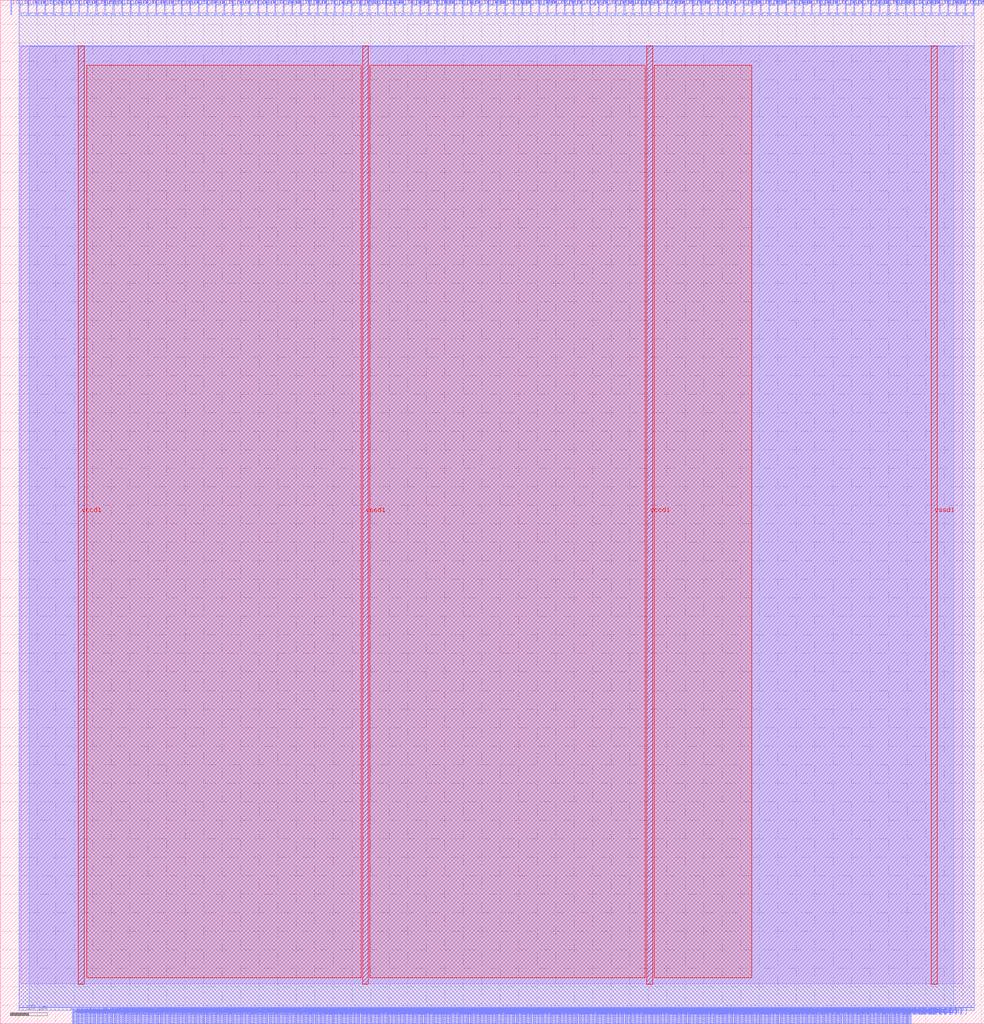
<source format=lef>
VERSION 5.7 ;
  NOWIREEXTENSIONATPIN ON ;
  DIVIDERCHAR "/" ;
  BUSBITCHARS "[]" ;
MACRO user_proj_example
  CLASS BLOCK ;
  FOREIGN user_proj_example ;
  ORIGIN 0.000 0.000 ;
  SIZE 265.750 BY 276.470 ;
  PIN io_in[0]
    DIRECTION INPUT ;
    USE SIGNAL ;
    PORT
      LAYER met2 ;
        RECT 2.850 272.470 3.130 276.470 ;
    END
  END io_in[0]
  PIN io_in[10]
    DIRECTION INPUT ;
    USE SIGNAL ;
    PORT
      LAYER met2 ;
        RECT 71.850 272.470 72.130 276.470 ;
    END
  END io_in[10]
  PIN io_in[11]
    DIRECTION INPUT ;
    USE SIGNAL ;
    PORT
      LAYER met2 ;
        RECT 78.750 272.470 79.030 276.470 ;
    END
  END io_in[11]
  PIN io_in[12]
    DIRECTION INPUT ;
    USE SIGNAL ;
    PORT
      LAYER met2 ;
        RECT 85.650 272.470 85.930 276.470 ;
    END
  END io_in[12]
  PIN io_in[13]
    DIRECTION INPUT ;
    USE SIGNAL ;
    PORT
      LAYER met2 ;
        RECT 92.550 272.470 92.830 276.470 ;
    END
  END io_in[13]
  PIN io_in[14]
    DIRECTION INPUT ;
    USE SIGNAL ;
    PORT
      LAYER met2 ;
        RECT 99.450 272.470 99.730 276.470 ;
    END
  END io_in[14]
  PIN io_in[15]
    DIRECTION INPUT ;
    USE SIGNAL ;
    PORT
      LAYER met2 ;
        RECT 106.350 272.470 106.630 276.470 ;
    END
  END io_in[15]
  PIN io_in[16]
    DIRECTION INPUT ;
    USE SIGNAL ;
    PORT
      LAYER met2 ;
        RECT 113.250 272.470 113.530 276.470 ;
    END
  END io_in[16]
  PIN io_in[17]
    DIRECTION INPUT ;
    USE SIGNAL ;
    PORT
      LAYER met2 ;
        RECT 120.150 272.470 120.430 276.470 ;
    END
  END io_in[17]
  PIN io_in[18]
    DIRECTION INPUT ;
    USE SIGNAL ;
    PORT
      LAYER met2 ;
        RECT 127.050 272.470 127.330 276.470 ;
    END
  END io_in[18]
  PIN io_in[19]
    DIRECTION INPUT ;
    USE SIGNAL ;
    PORT
      LAYER met2 ;
        RECT 133.950 272.470 134.230 276.470 ;
    END
  END io_in[19]
  PIN io_in[1]
    DIRECTION INPUT ;
    USE SIGNAL ;
    PORT
      LAYER met2 ;
        RECT 9.750 272.470 10.030 276.470 ;
    END
  END io_in[1]
  PIN io_in[20]
    DIRECTION INPUT ;
    USE SIGNAL ;
    PORT
      LAYER met2 ;
        RECT 140.850 272.470 141.130 276.470 ;
    END
  END io_in[20]
  PIN io_in[21]
    DIRECTION INPUT ;
    USE SIGNAL ;
    PORT
      LAYER met2 ;
        RECT 147.750 272.470 148.030 276.470 ;
    END
  END io_in[21]
  PIN io_in[22]
    DIRECTION INPUT ;
    USE SIGNAL ;
    PORT
      LAYER met2 ;
        RECT 154.650 272.470 154.930 276.470 ;
    END
  END io_in[22]
  PIN io_in[23]
    DIRECTION INPUT ;
    USE SIGNAL ;
    PORT
      LAYER met2 ;
        RECT 161.550 272.470 161.830 276.470 ;
    END
  END io_in[23]
  PIN io_in[24]
    DIRECTION INPUT ;
    USE SIGNAL ;
    PORT
      LAYER met2 ;
        RECT 168.450 272.470 168.730 276.470 ;
    END
  END io_in[24]
  PIN io_in[25]
    DIRECTION INPUT ;
    USE SIGNAL ;
    PORT
      LAYER met2 ;
        RECT 175.350 272.470 175.630 276.470 ;
    END
  END io_in[25]
  PIN io_in[26]
    DIRECTION INPUT ;
    USE SIGNAL ;
    PORT
      LAYER met2 ;
        RECT 182.250 272.470 182.530 276.470 ;
    END
  END io_in[26]
  PIN io_in[27]
    DIRECTION INPUT ;
    USE SIGNAL ;
    PORT
      LAYER met2 ;
        RECT 189.150 272.470 189.430 276.470 ;
    END
  END io_in[27]
  PIN io_in[28]
    DIRECTION INPUT ;
    USE SIGNAL ;
    PORT
      LAYER met2 ;
        RECT 196.050 272.470 196.330 276.470 ;
    END
  END io_in[28]
  PIN io_in[29]
    DIRECTION INPUT ;
    USE SIGNAL ;
    PORT
      LAYER met2 ;
        RECT 202.950 272.470 203.230 276.470 ;
    END
  END io_in[29]
  PIN io_in[2]
    DIRECTION INPUT ;
    USE SIGNAL ;
    PORT
      LAYER met2 ;
        RECT 16.650 272.470 16.930 276.470 ;
    END
  END io_in[2]
  PIN io_in[30]
    DIRECTION INPUT ;
    USE SIGNAL ;
    PORT
      LAYER met2 ;
        RECT 209.850 272.470 210.130 276.470 ;
    END
  END io_in[30]
  PIN io_in[31]
    DIRECTION INPUT ;
    USE SIGNAL ;
    PORT
      LAYER met2 ;
        RECT 216.750 272.470 217.030 276.470 ;
    END
  END io_in[31]
  PIN io_in[32]
    DIRECTION INPUT ;
    USE SIGNAL ;
    PORT
      LAYER met2 ;
        RECT 223.650 272.470 223.930 276.470 ;
    END
  END io_in[32]
  PIN io_in[33]
    DIRECTION INPUT ;
    USE SIGNAL ;
    PORT
      LAYER met2 ;
        RECT 230.550 272.470 230.830 276.470 ;
    END
  END io_in[33]
  PIN io_in[34]
    DIRECTION INPUT ;
    USE SIGNAL ;
    PORT
      LAYER met2 ;
        RECT 237.450 272.470 237.730 276.470 ;
    END
  END io_in[34]
  PIN io_in[35]
    DIRECTION INPUT ;
    USE SIGNAL ;
    PORT
      LAYER met2 ;
        RECT 244.350 272.470 244.630 276.470 ;
    END
  END io_in[35]
  PIN io_in[36]
    DIRECTION INPUT ;
    USE SIGNAL ;
    PORT
      LAYER met2 ;
        RECT 251.250 272.470 251.530 276.470 ;
    END
  END io_in[36]
  PIN io_in[37]
    DIRECTION INPUT ;
    USE SIGNAL ;
    PORT
      LAYER met2 ;
        RECT 258.150 272.470 258.430 276.470 ;
    END
  END io_in[37]
  PIN io_in[3]
    DIRECTION INPUT ;
    USE SIGNAL ;
    PORT
      LAYER met2 ;
        RECT 23.550 272.470 23.830 276.470 ;
    END
  END io_in[3]
  PIN io_in[4]
    DIRECTION INPUT ;
    USE SIGNAL ;
    PORT
      LAYER met2 ;
        RECT 30.450 272.470 30.730 276.470 ;
    END
  END io_in[4]
  PIN io_in[5]
    DIRECTION INPUT ;
    USE SIGNAL ;
    PORT
      LAYER met2 ;
        RECT 37.350 272.470 37.630 276.470 ;
    END
  END io_in[5]
  PIN io_in[6]
    DIRECTION INPUT ;
    USE SIGNAL ;
    PORT
      LAYER met2 ;
        RECT 44.250 272.470 44.530 276.470 ;
    END
  END io_in[6]
  PIN io_in[7]
    DIRECTION INPUT ;
    USE SIGNAL ;
    PORT
      LAYER met2 ;
        RECT 51.150 272.470 51.430 276.470 ;
    END
  END io_in[7]
  PIN io_in[8]
    DIRECTION INPUT ;
    USE SIGNAL ;
    PORT
      LAYER met2 ;
        RECT 58.050 272.470 58.330 276.470 ;
    END
  END io_in[8]
  PIN io_in[9]
    DIRECTION INPUT ;
    USE SIGNAL ;
    PORT
      LAYER met2 ;
        RECT 64.950 272.470 65.230 276.470 ;
    END
  END io_in[9]
  PIN io_oeb[0]
    DIRECTION OUTPUT TRISTATE ;
    USE SIGNAL ;
    PORT
      LAYER met2 ;
        RECT 5.150 272.470 5.430 276.470 ;
    END
  END io_oeb[0]
  PIN io_oeb[10]
    DIRECTION OUTPUT TRISTATE ;
    USE SIGNAL ;
    PORT
      LAYER met2 ;
        RECT 74.150 272.470 74.430 276.470 ;
    END
  END io_oeb[10]
  PIN io_oeb[11]
    DIRECTION OUTPUT TRISTATE ;
    USE SIGNAL ;
    PORT
      LAYER met2 ;
        RECT 81.050 272.470 81.330 276.470 ;
    END
  END io_oeb[11]
  PIN io_oeb[12]
    DIRECTION OUTPUT TRISTATE ;
    USE SIGNAL ;
    PORT
      LAYER met2 ;
        RECT 87.950 272.470 88.230 276.470 ;
    END
  END io_oeb[12]
  PIN io_oeb[13]
    DIRECTION OUTPUT TRISTATE ;
    USE SIGNAL ;
    PORT
      LAYER met2 ;
        RECT 94.850 272.470 95.130 276.470 ;
    END
  END io_oeb[13]
  PIN io_oeb[14]
    DIRECTION OUTPUT TRISTATE ;
    USE SIGNAL ;
    PORT
      LAYER met2 ;
        RECT 101.750 272.470 102.030 276.470 ;
    END
  END io_oeb[14]
  PIN io_oeb[15]
    DIRECTION OUTPUT TRISTATE ;
    USE SIGNAL ;
    PORT
      LAYER met2 ;
        RECT 108.650 272.470 108.930 276.470 ;
    END
  END io_oeb[15]
  PIN io_oeb[16]
    DIRECTION OUTPUT TRISTATE ;
    USE SIGNAL ;
    PORT
      LAYER met2 ;
        RECT 115.550 272.470 115.830 276.470 ;
    END
  END io_oeb[16]
  PIN io_oeb[17]
    DIRECTION OUTPUT TRISTATE ;
    USE SIGNAL ;
    PORT
      LAYER met2 ;
        RECT 122.450 272.470 122.730 276.470 ;
    END
  END io_oeb[17]
  PIN io_oeb[18]
    DIRECTION OUTPUT TRISTATE ;
    USE SIGNAL ;
    PORT
      LAYER met2 ;
        RECT 129.350 272.470 129.630 276.470 ;
    END
  END io_oeb[18]
  PIN io_oeb[19]
    DIRECTION OUTPUT TRISTATE ;
    USE SIGNAL ;
    PORT
      LAYER met2 ;
        RECT 136.250 272.470 136.530 276.470 ;
    END
  END io_oeb[19]
  PIN io_oeb[1]
    DIRECTION OUTPUT TRISTATE ;
    USE SIGNAL ;
    PORT
      LAYER met2 ;
        RECT 12.050 272.470 12.330 276.470 ;
    END
  END io_oeb[1]
  PIN io_oeb[20]
    DIRECTION OUTPUT TRISTATE ;
    USE SIGNAL ;
    PORT
      LAYER met2 ;
        RECT 143.150 272.470 143.430 276.470 ;
    END
  END io_oeb[20]
  PIN io_oeb[21]
    DIRECTION OUTPUT TRISTATE ;
    USE SIGNAL ;
    PORT
      LAYER met2 ;
        RECT 150.050 272.470 150.330 276.470 ;
    END
  END io_oeb[21]
  PIN io_oeb[22]
    DIRECTION OUTPUT TRISTATE ;
    USE SIGNAL ;
    PORT
      LAYER met2 ;
        RECT 156.950 272.470 157.230 276.470 ;
    END
  END io_oeb[22]
  PIN io_oeb[23]
    DIRECTION OUTPUT TRISTATE ;
    USE SIGNAL ;
    PORT
      LAYER met2 ;
        RECT 163.850 272.470 164.130 276.470 ;
    END
  END io_oeb[23]
  PIN io_oeb[24]
    DIRECTION OUTPUT TRISTATE ;
    USE SIGNAL ;
    PORT
      LAYER met2 ;
        RECT 170.750 272.470 171.030 276.470 ;
    END
  END io_oeb[24]
  PIN io_oeb[25]
    DIRECTION OUTPUT TRISTATE ;
    USE SIGNAL ;
    PORT
      LAYER met2 ;
        RECT 177.650 272.470 177.930 276.470 ;
    END
  END io_oeb[25]
  PIN io_oeb[26]
    DIRECTION OUTPUT TRISTATE ;
    USE SIGNAL ;
    PORT
      LAYER met2 ;
        RECT 184.550 272.470 184.830 276.470 ;
    END
  END io_oeb[26]
  PIN io_oeb[27]
    DIRECTION OUTPUT TRISTATE ;
    USE SIGNAL ;
    PORT
      LAYER met2 ;
        RECT 191.450 272.470 191.730 276.470 ;
    END
  END io_oeb[27]
  PIN io_oeb[28]
    DIRECTION OUTPUT TRISTATE ;
    USE SIGNAL ;
    PORT
      LAYER met2 ;
        RECT 198.350 272.470 198.630 276.470 ;
    END
  END io_oeb[28]
  PIN io_oeb[29]
    DIRECTION OUTPUT TRISTATE ;
    USE SIGNAL ;
    PORT
      LAYER met2 ;
        RECT 205.250 272.470 205.530 276.470 ;
    END
  END io_oeb[29]
  PIN io_oeb[2]
    DIRECTION OUTPUT TRISTATE ;
    USE SIGNAL ;
    PORT
      LAYER met2 ;
        RECT 18.950 272.470 19.230 276.470 ;
    END
  END io_oeb[2]
  PIN io_oeb[30]
    DIRECTION OUTPUT TRISTATE ;
    USE SIGNAL ;
    PORT
      LAYER met2 ;
        RECT 212.150 272.470 212.430 276.470 ;
    END
  END io_oeb[30]
  PIN io_oeb[31]
    DIRECTION OUTPUT TRISTATE ;
    USE SIGNAL ;
    PORT
      LAYER met2 ;
        RECT 219.050 272.470 219.330 276.470 ;
    END
  END io_oeb[31]
  PIN io_oeb[32]
    DIRECTION OUTPUT TRISTATE ;
    USE SIGNAL ;
    PORT
      LAYER met2 ;
        RECT 225.950 272.470 226.230 276.470 ;
    END
  END io_oeb[32]
  PIN io_oeb[33]
    DIRECTION OUTPUT TRISTATE ;
    USE SIGNAL ;
    PORT
      LAYER met2 ;
        RECT 232.850 272.470 233.130 276.470 ;
    END
  END io_oeb[33]
  PIN io_oeb[34]
    DIRECTION OUTPUT TRISTATE ;
    USE SIGNAL ;
    PORT
      LAYER met2 ;
        RECT 239.750 272.470 240.030 276.470 ;
    END
  END io_oeb[34]
  PIN io_oeb[35]
    DIRECTION OUTPUT TRISTATE ;
    USE SIGNAL ;
    PORT
      LAYER met2 ;
        RECT 246.650 272.470 246.930 276.470 ;
    END
  END io_oeb[35]
  PIN io_oeb[36]
    DIRECTION OUTPUT TRISTATE ;
    USE SIGNAL ;
    PORT
      LAYER met2 ;
        RECT 253.550 272.470 253.830 276.470 ;
    END
  END io_oeb[36]
  PIN io_oeb[37]
    DIRECTION OUTPUT TRISTATE ;
    USE SIGNAL ;
    PORT
      LAYER met2 ;
        RECT 260.450 272.470 260.730 276.470 ;
    END
  END io_oeb[37]
  PIN io_oeb[3]
    DIRECTION OUTPUT TRISTATE ;
    USE SIGNAL ;
    PORT
      LAYER met2 ;
        RECT 25.850 272.470 26.130 276.470 ;
    END
  END io_oeb[3]
  PIN io_oeb[4]
    DIRECTION OUTPUT TRISTATE ;
    USE SIGNAL ;
    PORT
      LAYER met2 ;
        RECT 32.750 272.470 33.030 276.470 ;
    END
  END io_oeb[4]
  PIN io_oeb[5]
    DIRECTION OUTPUT TRISTATE ;
    USE SIGNAL ;
    PORT
      LAYER met2 ;
        RECT 39.650 272.470 39.930 276.470 ;
    END
  END io_oeb[5]
  PIN io_oeb[6]
    DIRECTION OUTPUT TRISTATE ;
    USE SIGNAL ;
    PORT
      LAYER met2 ;
        RECT 46.550 272.470 46.830 276.470 ;
    END
  END io_oeb[6]
  PIN io_oeb[7]
    DIRECTION OUTPUT TRISTATE ;
    USE SIGNAL ;
    PORT
      LAYER met2 ;
        RECT 53.450 272.470 53.730 276.470 ;
    END
  END io_oeb[7]
  PIN io_oeb[8]
    DIRECTION OUTPUT TRISTATE ;
    USE SIGNAL ;
    PORT
      LAYER met2 ;
        RECT 60.350 272.470 60.630 276.470 ;
    END
  END io_oeb[8]
  PIN io_oeb[9]
    DIRECTION OUTPUT TRISTATE ;
    USE SIGNAL ;
    PORT
      LAYER met2 ;
        RECT 67.250 272.470 67.530 276.470 ;
    END
  END io_oeb[9]
  PIN io_out[0]
    DIRECTION OUTPUT TRISTATE ;
    USE SIGNAL ;
    PORT
      LAYER met2 ;
        RECT 7.450 272.470 7.730 276.470 ;
    END
  END io_out[0]
  PIN io_out[10]
    DIRECTION OUTPUT TRISTATE ;
    USE SIGNAL ;
    PORT
      LAYER met2 ;
        RECT 76.450 272.470 76.730 276.470 ;
    END
  END io_out[10]
  PIN io_out[11]
    DIRECTION OUTPUT TRISTATE ;
    USE SIGNAL ;
    PORT
      LAYER met2 ;
        RECT 83.350 272.470 83.630 276.470 ;
    END
  END io_out[11]
  PIN io_out[12]
    DIRECTION OUTPUT TRISTATE ;
    USE SIGNAL ;
    PORT
      LAYER met2 ;
        RECT 90.250 272.470 90.530 276.470 ;
    END
  END io_out[12]
  PIN io_out[13]
    DIRECTION OUTPUT TRISTATE ;
    USE SIGNAL ;
    PORT
      LAYER met2 ;
        RECT 97.150 272.470 97.430 276.470 ;
    END
  END io_out[13]
  PIN io_out[14]
    DIRECTION OUTPUT TRISTATE ;
    USE SIGNAL ;
    PORT
      LAYER met2 ;
        RECT 104.050 272.470 104.330 276.470 ;
    END
  END io_out[14]
  PIN io_out[15]
    DIRECTION OUTPUT TRISTATE ;
    USE SIGNAL ;
    PORT
      LAYER met2 ;
        RECT 110.950 272.470 111.230 276.470 ;
    END
  END io_out[15]
  PIN io_out[16]
    DIRECTION OUTPUT TRISTATE ;
    USE SIGNAL ;
    PORT
      LAYER met2 ;
        RECT 117.850 272.470 118.130 276.470 ;
    END
  END io_out[16]
  PIN io_out[17]
    DIRECTION OUTPUT TRISTATE ;
    USE SIGNAL ;
    PORT
      LAYER met2 ;
        RECT 124.750 272.470 125.030 276.470 ;
    END
  END io_out[17]
  PIN io_out[18]
    DIRECTION OUTPUT TRISTATE ;
    USE SIGNAL ;
    PORT
      LAYER met2 ;
        RECT 131.650 272.470 131.930 276.470 ;
    END
  END io_out[18]
  PIN io_out[19]
    DIRECTION OUTPUT TRISTATE ;
    USE SIGNAL ;
    PORT
      LAYER met2 ;
        RECT 138.550 272.470 138.830 276.470 ;
    END
  END io_out[19]
  PIN io_out[1]
    DIRECTION OUTPUT TRISTATE ;
    USE SIGNAL ;
    PORT
      LAYER met2 ;
        RECT 14.350 272.470 14.630 276.470 ;
    END
  END io_out[1]
  PIN io_out[20]
    DIRECTION OUTPUT TRISTATE ;
    USE SIGNAL ;
    PORT
      LAYER met2 ;
        RECT 145.450 272.470 145.730 276.470 ;
    END
  END io_out[20]
  PIN io_out[21]
    DIRECTION OUTPUT TRISTATE ;
    USE SIGNAL ;
    PORT
      LAYER met2 ;
        RECT 152.350 272.470 152.630 276.470 ;
    END
  END io_out[21]
  PIN io_out[22]
    DIRECTION OUTPUT TRISTATE ;
    USE SIGNAL ;
    PORT
      LAYER met2 ;
        RECT 159.250 272.470 159.530 276.470 ;
    END
  END io_out[22]
  PIN io_out[23]
    DIRECTION OUTPUT TRISTATE ;
    USE SIGNAL ;
    PORT
      LAYER met2 ;
        RECT 166.150 272.470 166.430 276.470 ;
    END
  END io_out[23]
  PIN io_out[24]
    DIRECTION OUTPUT TRISTATE ;
    USE SIGNAL ;
    PORT
      LAYER met2 ;
        RECT 173.050 272.470 173.330 276.470 ;
    END
  END io_out[24]
  PIN io_out[25]
    DIRECTION OUTPUT TRISTATE ;
    USE SIGNAL ;
    PORT
      LAYER met2 ;
        RECT 179.950 272.470 180.230 276.470 ;
    END
  END io_out[25]
  PIN io_out[26]
    DIRECTION OUTPUT TRISTATE ;
    USE SIGNAL ;
    PORT
      LAYER met2 ;
        RECT 186.850 272.470 187.130 276.470 ;
    END
  END io_out[26]
  PIN io_out[27]
    DIRECTION OUTPUT TRISTATE ;
    USE SIGNAL ;
    PORT
      LAYER met2 ;
        RECT 193.750 272.470 194.030 276.470 ;
    END
  END io_out[27]
  PIN io_out[28]
    DIRECTION OUTPUT TRISTATE ;
    USE SIGNAL ;
    PORT
      LAYER met2 ;
        RECT 200.650 272.470 200.930 276.470 ;
    END
  END io_out[28]
  PIN io_out[29]
    DIRECTION OUTPUT TRISTATE ;
    USE SIGNAL ;
    PORT
      LAYER met2 ;
        RECT 207.550 272.470 207.830 276.470 ;
    END
  END io_out[29]
  PIN io_out[2]
    DIRECTION OUTPUT TRISTATE ;
    USE SIGNAL ;
    PORT
      LAYER met2 ;
        RECT 21.250 272.470 21.530 276.470 ;
    END
  END io_out[2]
  PIN io_out[30]
    DIRECTION OUTPUT TRISTATE ;
    USE SIGNAL ;
    PORT
      LAYER met2 ;
        RECT 214.450 272.470 214.730 276.470 ;
    END
  END io_out[30]
  PIN io_out[31]
    DIRECTION OUTPUT TRISTATE ;
    USE SIGNAL ;
    PORT
      LAYER met2 ;
        RECT 221.350 272.470 221.630 276.470 ;
    END
  END io_out[31]
  PIN io_out[32]
    DIRECTION OUTPUT TRISTATE ;
    USE SIGNAL ;
    PORT
      LAYER met2 ;
        RECT 228.250 272.470 228.530 276.470 ;
    END
  END io_out[32]
  PIN io_out[33]
    DIRECTION OUTPUT TRISTATE ;
    USE SIGNAL ;
    PORT
      LAYER met2 ;
        RECT 235.150 272.470 235.430 276.470 ;
    END
  END io_out[33]
  PIN io_out[34]
    DIRECTION OUTPUT TRISTATE ;
    USE SIGNAL ;
    PORT
      LAYER met2 ;
        RECT 242.050 272.470 242.330 276.470 ;
    END
  END io_out[34]
  PIN io_out[35]
    DIRECTION OUTPUT TRISTATE ;
    USE SIGNAL ;
    PORT
      LAYER met2 ;
        RECT 248.950 272.470 249.230 276.470 ;
    END
  END io_out[35]
  PIN io_out[36]
    DIRECTION OUTPUT TRISTATE ;
    USE SIGNAL ;
    PORT
      LAYER met2 ;
        RECT 255.850 272.470 256.130 276.470 ;
    END
  END io_out[36]
  PIN io_out[37]
    DIRECTION OUTPUT TRISTATE ;
    USE SIGNAL ;
    PORT
      LAYER met2 ;
        RECT 262.750 272.470 263.030 276.470 ;
    END
  END io_out[37]
  PIN io_out[3]
    DIRECTION OUTPUT TRISTATE ;
    USE SIGNAL ;
    PORT
      LAYER met2 ;
        RECT 28.150 272.470 28.430 276.470 ;
    END
  END io_out[3]
  PIN io_out[4]
    DIRECTION OUTPUT TRISTATE ;
    USE SIGNAL ;
    PORT
      LAYER met2 ;
        RECT 35.050 272.470 35.330 276.470 ;
    END
  END io_out[4]
  PIN io_out[5]
    DIRECTION OUTPUT TRISTATE ;
    USE SIGNAL ;
    PORT
      LAYER met2 ;
        RECT 41.950 272.470 42.230 276.470 ;
    END
  END io_out[5]
  PIN io_out[6]
    DIRECTION OUTPUT TRISTATE ;
    USE SIGNAL ;
    PORT
      LAYER met2 ;
        RECT 48.850 272.470 49.130 276.470 ;
    END
  END io_out[6]
  PIN io_out[7]
    DIRECTION OUTPUT TRISTATE ;
    USE SIGNAL ;
    PORT
      LAYER met2 ;
        RECT 55.750 272.470 56.030 276.470 ;
    END
  END io_out[7]
  PIN io_out[8]
    DIRECTION OUTPUT TRISTATE ;
    USE SIGNAL ;
    PORT
      LAYER met2 ;
        RECT 62.650 272.470 62.930 276.470 ;
    END
  END io_out[8]
  PIN io_out[9]
    DIRECTION OUTPUT TRISTATE ;
    USE SIGNAL ;
    PORT
      LAYER met2 ;
        RECT 69.550 272.470 69.830 276.470 ;
    END
  END io_out[9]
  PIN irq[0]
    DIRECTION OUTPUT TRISTATE ;
    USE SIGNAL ;
    PORT
      LAYER met2 ;
        RECT 244.810 0.000 245.090 4.000 ;
    END
  END irq[0]
  PIN irq[1]
    DIRECTION OUTPUT TRISTATE ;
    USE SIGNAL ;
    PORT
      LAYER met2 ;
        RECT 245.270 0.000 245.550 4.000 ;
    END
  END irq[1]
  PIN irq[2]
    DIRECTION OUTPUT TRISTATE ;
    USE SIGNAL ;
    PORT
      LAYER met2 ;
        RECT 245.730 0.000 246.010 4.000 ;
    END
  END irq[2]
  PIN la_data_in[0]
    DIRECTION INPUT ;
    USE SIGNAL ;
    PORT
      LAYER met2 ;
        RECT 68.170 0.000 68.450 4.000 ;
    END
  END la_data_in[0]
  PIN la_data_in[100]
    DIRECTION INPUT ;
    USE SIGNAL ;
    PORT
      LAYER met2 ;
        RECT 206.170 0.000 206.450 4.000 ;
    END
  END la_data_in[100]
  PIN la_data_in[101]
    DIRECTION INPUT ;
    USE SIGNAL ;
    PORT
      LAYER met2 ;
        RECT 207.550 0.000 207.830 4.000 ;
    END
  END la_data_in[101]
  PIN la_data_in[102]
    DIRECTION INPUT ;
    USE SIGNAL ;
    PORT
      LAYER met2 ;
        RECT 208.930 0.000 209.210 4.000 ;
    END
  END la_data_in[102]
  PIN la_data_in[103]
    DIRECTION INPUT ;
    USE SIGNAL ;
    PORT
      LAYER met2 ;
        RECT 210.310 0.000 210.590 4.000 ;
    END
  END la_data_in[103]
  PIN la_data_in[104]
    DIRECTION INPUT ;
    USE SIGNAL ;
    PORT
      LAYER met2 ;
        RECT 211.690 0.000 211.970 4.000 ;
    END
  END la_data_in[104]
  PIN la_data_in[105]
    DIRECTION INPUT ;
    USE SIGNAL ;
    PORT
      LAYER met2 ;
        RECT 213.070 0.000 213.350 4.000 ;
    END
  END la_data_in[105]
  PIN la_data_in[106]
    DIRECTION INPUT ;
    USE SIGNAL ;
    PORT
      LAYER met2 ;
        RECT 214.450 0.000 214.730 4.000 ;
    END
  END la_data_in[106]
  PIN la_data_in[107]
    DIRECTION INPUT ;
    USE SIGNAL ;
    PORT
      LAYER met2 ;
        RECT 215.830 0.000 216.110 4.000 ;
    END
  END la_data_in[107]
  PIN la_data_in[108]
    DIRECTION INPUT ;
    USE SIGNAL ;
    PORT
      LAYER met2 ;
        RECT 217.210 0.000 217.490 4.000 ;
    END
  END la_data_in[108]
  PIN la_data_in[109]
    DIRECTION INPUT ;
    USE SIGNAL ;
    PORT
      LAYER met2 ;
        RECT 218.590 0.000 218.870 4.000 ;
    END
  END la_data_in[109]
  PIN la_data_in[10]
    DIRECTION INPUT ;
    USE SIGNAL ;
    PORT
      LAYER met2 ;
        RECT 81.970 0.000 82.250 4.000 ;
    END
  END la_data_in[10]
  PIN la_data_in[110]
    DIRECTION INPUT ;
    USE SIGNAL ;
    PORT
      LAYER met2 ;
        RECT 219.970 0.000 220.250 4.000 ;
    END
  END la_data_in[110]
  PIN la_data_in[111]
    DIRECTION INPUT ;
    USE SIGNAL ;
    PORT
      LAYER met2 ;
        RECT 221.350 0.000 221.630 4.000 ;
    END
  END la_data_in[111]
  PIN la_data_in[112]
    DIRECTION INPUT ;
    USE SIGNAL ;
    PORT
      LAYER met2 ;
        RECT 222.730 0.000 223.010 4.000 ;
    END
  END la_data_in[112]
  PIN la_data_in[113]
    DIRECTION INPUT ;
    USE SIGNAL ;
    PORT
      LAYER met2 ;
        RECT 224.110 0.000 224.390 4.000 ;
    END
  END la_data_in[113]
  PIN la_data_in[114]
    DIRECTION INPUT ;
    USE SIGNAL ;
    PORT
      LAYER met2 ;
        RECT 225.490 0.000 225.770 4.000 ;
    END
  END la_data_in[114]
  PIN la_data_in[115]
    DIRECTION INPUT ;
    USE SIGNAL ;
    PORT
      LAYER met2 ;
        RECT 226.870 0.000 227.150 4.000 ;
    END
  END la_data_in[115]
  PIN la_data_in[116]
    DIRECTION INPUT ;
    USE SIGNAL ;
    PORT
      LAYER met2 ;
        RECT 228.250 0.000 228.530 4.000 ;
    END
  END la_data_in[116]
  PIN la_data_in[117]
    DIRECTION INPUT ;
    USE SIGNAL ;
    PORT
      LAYER met2 ;
        RECT 229.630 0.000 229.910 4.000 ;
    END
  END la_data_in[117]
  PIN la_data_in[118]
    DIRECTION INPUT ;
    USE SIGNAL ;
    PORT
      LAYER met2 ;
        RECT 231.010 0.000 231.290 4.000 ;
    END
  END la_data_in[118]
  PIN la_data_in[119]
    DIRECTION INPUT ;
    USE SIGNAL ;
    PORT
      LAYER met2 ;
        RECT 232.390 0.000 232.670 4.000 ;
    END
  END la_data_in[119]
  PIN la_data_in[11]
    DIRECTION INPUT ;
    USE SIGNAL ;
    PORT
      LAYER met2 ;
        RECT 83.350 0.000 83.630 4.000 ;
    END
  END la_data_in[11]
  PIN la_data_in[120]
    DIRECTION INPUT ;
    USE SIGNAL ;
    PORT
      LAYER met2 ;
        RECT 233.770 0.000 234.050 4.000 ;
    END
  END la_data_in[120]
  PIN la_data_in[121]
    DIRECTION INPUT ;
    USE SIGNAL ;
    PORT
      LAYER met2 ;
        RECT 235.150 0.000 235.430 4.000 ;
    END
  END la_data_in[121]
  PIN la_data_in[122]
    DIRECTION INPUT ;
    USE SIGNAL ;
    PORT
      LAYER met2 ;
        RECT 236.530 0.000 236.810 4.000 ;
    END
  END la_data_in[122]
  PIN la_data_in[123]
    DIRECTION INPUT ;
    USE SIGNAL ;
    PORT
      LAYER met2 ;
        RECT 237.910 0.000 238.190 4.000 ;
    END
  END la_data_in[123]
  PIN la_data_in[124]
    DIRECTION INPUT ;
    USE SIGNAL ;
    PORT
      LAYER met2 ;
        RECT 239.290 0.000 239.570 4.000 ;
    END
  END la_data_in[124]
  PIN la_data_in[125]
    DIRECTION INPUT ;
    USE SIGNAL ;
    PORT
      LAYER met2 ;
        RECT 240.670 0.000 240.950 4.000 ;
    END
  END la_data_in[125]
  PIN la_data_in[126]
    DIRECTION INPUT ;
    USE SIGNAL ;
    PORT
      LAYER met2 ;
        RECT 242.050 0.000 242.330 4.000 ;
    END
  END la_data_in[126]
  PIN la_data_in[127]
    DIRECTION INPUT ;
    USE SIGNAL ;
    PORT
      LAYER met2 ;
        RECT 243.430 0.000 243.710 4.000 ;
    END
  END la_data_in[127]
  PIN la_data_in[12]
    DIRECTION INPUT ;
    USE SIGNAL ;
    PORT
      LAYER met2 ;
        RECT 84.730 0.000 85.010 4.000 ;
    END
  END la_data_in[12]
  PIN la_data_in[13]
    DIRECTION INPUT ;
    USE SIGNAL ;
    PORT
      LAYER met2 ;
        RECT 86.110 0.000 86.390 4.000 ;
    END
  END la_data_in[13]
  PIN la_data_in[14]
    DIRECTION INPUT ;
    USE SIGNAL ;
    PORT
      LAYER met2 ;
        RECT 87.490 0.000 87.770 4.000 ;
    END
  END la_data_in[14]
  PIN la_data_in[15]
    DIRECTION INPUT ;
    USE SIGNAL ;
    PORT
      LAYER met2 ;
        RECT 88.870 0.000 89.150 4.000 ;
    END
  END la_data_in[15]
  PIN la_data_in[16]
    DIRECTION INPUT ;
    USE SIGNAL ;
    PORT
      LAYER met2 ;
        RECT 90.250 0.000 90.530 4.000 ;
    END
  END la_data_in[16]
  PIN la_data_in[17]
    DIRECTION INPUT ;
    USE SIGNAL ;
    PORT
      LAYER met2 ;
        RECT 91.630 0.000 91.910 4.000 ;
    END
  END la_data_in[17]
  PIN la_data_in[18]
    DIRECTION INPUT ;
    USE SIGNAL ;
    PORT
      LAYER met2 ;
        RECT 93.010 0.000 93.290 4.000 ;
    END
  END la_data_in[18]
  PIN la_data_in[19]
    DIRECTION INPUT ;
    USE SIGNAL ;
    PORT
      LAYER met2 ;
        RECT 94.390 0.000 94.670 4.000 ;
    END
  END la_data_in[19]
  PIN la_data_in[1]
    DIRECTION INPUT ;
    USE SIGNAL ;
    PORT
      LAYER met2 ;
        RECT 69.550 0.000 69.830 4.000 ;
    END
  END la_data_in[1]
  PIN la_data_in[20]
    DIRECTION INPUT ;
    USE SIGNAL ;
    PORT
      LAYER met2 ;
        RECT 95.770 0.000 96.050 4.000 ;
    END
  END la_data_in[20]
  PIN la_data_in[21]
    DIRECTION INPUT ;
    USE SIGNAL ;
    PORT
      LAYER met2 ;
        RECT 97.150 0.000 97.430 4.000 ;
    END
  END la_data_in[21]
  PIN la_data_in[22]
    DIRECTION INPUT ;
    USE SIGNAL ;
    PORT
      LAYER met2 ;
        RECT 98.530 0.000 98.810 4.000 ;
    END
  END la_data_in[22]
  PIN la_data_in[23]
    DIRECTION INPUT ;
    USE SIGNAL ;
    PORT
      LAYER met2 ;
        RECT 99.910 0.000 100.190 4.000 ;
    END
  END la_data_in[23]
  PIN la_data_in[24]
    DIRECTION INPUT ;
    USE SIGNAL ;
    PORT
      LAYER met2 ;
        RECT 101.290 0.000 101.570 4.000 ;
    END
  END la_data_in[24]
  PIN la_data_in[25]
    DIRECTION INPUT ;
    USE SIGNAL ;
    PORT
      LAYER met2 ;
        RECT 102.670 0.000 102.950 4.000 ;
    END
  END la_data_in[25]
  PIN la_data_in[26]
    DIRECTION INPUT ;
    USE SIGNAL ;
    PORT
      LAYER met2 ;
        RECT 104.050 0.000 104.330 4.000 ;
    END
  END la_data_in[26]
  PIN la_data_in[27]
    DIRECTION INPUT ;
    USE SIGNAL ;
    PORT
      LAYER met2 ;
        RECT 105.430 0.000 105.710 4.000 ;
    END
  END la_data_in[27]
  PIN la_data_in[28]
    DIRECTION INPUT ;
    USE SIGNAL ;
    PORT
      LAYER met2 ;
        RECT 106.810 0.000 107.090 4.000 ;
    END
  END la_data_in[28]
  PIN la_data_in[29]
    DIRECTION INPUT ;
    USE SIGNAL ;
    PORT
      LAYER met2 ;
        RECT 108.190 0.000 108.470 4.000 ;
    END
  END la_data_in[29]
  PIN la_data_in[2]
    DIRECTION INPUT ;
    USE SIGNAL ;
    PORT
      LAYER met2 ;
        RECT 70.930 0.000 71.210 4.000 ;
    END
  END la_data_in[2]
  PIN la_data_in[30]
    DIRECTION INPUT ;
    USE SIGNAL ;
    PORT
      LAYER met2 ;
        RECT 109.570 0.000 109.850 4.000 ;
    END
  END la_data_in[30]
  PIN la_data_in[31]
    DIRECTION INPUT ;
    USE SIGNAL ;
    PORT
      LAYER met2 ;
        RECT 110.950 0.000 111.230 4.000 ;
    END
  END la_data_in[31]
  PIN la_data_in[32]
    DIRECTION INPUT ;
    USE SIGNAL ;
    PORT
      LAYER met2 ;
        RECT 112.330 0.000 112.610 4.000 ;
    END
  END la_data_in[32]
  PIN la_data_in[33]
    DIRECTION INPUT ;
    USE SIGNAL ;
    PORT
      LAYER met2 ;
        RECT 113.710 0.000 113.990 4.000 ;
    END
  END la_data_in[33]
  PIN la_data_in[34]
    DIRECTION INPUT ;
    USE SIGNAL ;
    PORT
      LAYER met2 ;
        RECT 115.090 0.000 115.370 4.000 ;
    END
  END la_data_in[34]
  PIN la_data_in[35]
    DIRECTION INPUT ;
    USE SIGNAL ;
    PORT
      LAYER met2 ;
        RECT 116.470 0.000 116.750 4.000 ;
    END
  END la_data_in[35]
  PIN la_data_in[36]
    DIRECTION INPUT ;
    USE SIGNAL ;
    PORT
      LAYER met2 ;
        RECT 117.850 0.000 118.130 4.000 ;
    END
  END la_data_in[36]
  PIN la_data_in[37]
    DIRECTION INPUT ;
    USE SIGNAL ;
    PORT
      LAYER met2 ;
        RECT 119.230 0.000 119.510 4.000 ;
    END
  END la_data_in[37]
  PIN la_data_in[38]
    DIRECTION INPUT ;
    USE SIGNAL ;
    PORT
      LAYER met2 ;
        RECT 120.610 0.000 120.890 4.000 ;
    END
  END la_data_in[38]
  PIN la_data_in[39]
    DIRECTION INPUT ;
    USE SIGNAL ;
    PORT
      LAYER met2 ;
        RECT 121.990 0.000 122.270 4.000 ;
    END
  END la_data_in[39]
  PIN la_data_in[3]
    DIRECTION INPUT ;
    USE SIGNAL ;
    PORT
      LAYER met2 ;
        RECT 72.310 0.000 72.590 4.000 ;
    END
  END la_data_in[3]
  PIN la_data_in[40]
    DIRECTION INPUT ;
    USE SIGNAL ;
    PORT
      LAYER met2 ;
        RECT 123.370 0.000 123.650 4.000 ;
    END
  END la_data_in[40]
  PIN la_data_in[41]
    DIRECTION INPUT ;
    USE SIGNAL ;
    PORT
      LAYER met2 ;
        RECT 124.750 0.000 125.030 4.000 ;
    END
  END la_data_in[41]
  PIN la_data_in[42]
    DIRECTION INPUT ;
    USE SIGNAL ;
    PORT
      LAYER met2 ;
        RECT 126.130 0.000 126.410 4.000 ;
    END
  END la_data_in[42]
  PIN la_data_in[43]
    DIRECTION INPUT ;
    USE SIGNAL ;
    PORT
      LAYER met2 ;
        RECT 127.510 0.000 127.790 4.000 ;
    END
  END la_data_in[43]
  PIN la_data_in[44]
    DIRECTION INPUT ;
    USE SIGNAL ;
    PORT
      LAYER met2 ;
        RECT 128.890 0.000 129.170 4.000 ;
    END
  END la_data_in[44]
  PIN la_data_in[45]
    DIRECTION INPUT ;
    USE SIGNAL ;
    PORT
      LAYER met2 ;
        RECT 130.270 0.000 130.550 4.000 ;
    END
  END la_data_in[45]
  PIN la_data_in[46]
    DIRECTION INPUT ;
    USE SIGNAL ;
    PORT
      LAYER met2 ;
        RECT 131.650 0.000 131.930 4.000 ;
    END
  END la_data_in[46]
  PIN la_data_in[47]
    DIRECTION INPUT ;
    USE SIGNAL ;
    PORT
      LAYER met2 ;
        RECT 133.030 0.000 133.310 4.000 ;
    END
  END la_data_in[47]
  PIN la_data_in[48]
    DIRECTION INPUT ;
    USE SIGNAL ;
    PORT
      LAYER met2 ;
        RECT 134.410 0.000 134.690 4.000 ;
    END
  END la_data_in[48]
  PIN la_data_in[49]
    DIRECTION INPUT ;
    USE SIGNAL ;
    PORT
      LAYER met2 ;
        RECT 135.790 0.000 136.070 4.000 ;
    END
  END la_data_in[49]
  PIN la_data_in[4]
    DIRECTION INPUT ;
    USE SIGNAL ;
    PORT
      LAYER met2 ;
        RECT 73.690 0.000 73.970 4.000 ;
    END
  END la_data_in[4]
  PIN la_data_in[50]
    DIRECTION INPUT ;
    USE SIGNAL ;
    PORT
      LAYER met2 ;
        RECT 137.170 0.000 137.450 4.000 ;
    END
  END la_data_in[50]
  PIN la_data_in[51]
    DIRECTION INPUT ;
    USE SIGNAL ;
    PORT
      LAYER met2 ;
        RECT 138.550 0.000 138.830 4.000 ;
    END
  END la_data_in[51]
  PIN la_data_in[52]
    DIRECTION INPUT ;
    USE SIGNAL ;
    PORT
      LAYER met2 ;
        RECT 139.930 0.000 140.210 4.000 ;
    END
  END la_data_in[52]
  PIN la_data_in[53]
    DIRECTION INPUT ;
    USE SIGNAL ;
    PORT
      LAYER met2 ;
        RECT 141.310 0.000 141.590 4.000 ;
    END
  END la_data_in[53]
  PIN la_data_in[54]
    DIRECTION INPUT ;
    USE SIGNAL ;
    PORT
      LAYER met2 ;
        RECT 142.690 0.000 142.970 4.000 ;
    END
  END la_data_in[54]
  PIN la_data_in[55]
    DIRECTION INPUT ;
    USE SIGNAL ;
    PORT
      LAYER met2 ;
        RECT 144.070 0.000 144.350 4.000 ;
    END
  END la_data_in[55]
  PIN la_data_in[56]
    DIRECTION INPUT ;
    USE SIGNAL ;
    PORT
      LAYER met2 ;
        RECT 145.450 0.000 145.730 4.000 ;
    END
  END la_data_in[56]
  PIN la_data_in[57]
    DIRECTION INPUT ;
    USE SIGNAL ;
    PORT
      LAYER met2 ;
        RECT 146.830 0.000 147.110 4.000 ;
    END
  END la_data_in[57]
  PIN la_data_in[58]
    DIRECTION INPUT ;
    USE SIGNAL ;
    PORT
      LAYER met2 ;
        RECT 148.210 0.000 148.490 4.000 ;
    END
  END la_data_in[58]
  PIN la_data_in[59]
    DIRECTION INPUT ;
    USE SIGNAL ;
    PORT
      LAYER met2 ;
        RECT 149.590 0.000 149.870 4.000 ;
    END
  END la_data_in[59]
  PIN la_data_in[5]
    DIRECTION INPUT ;
    USE SIGNAL ;
    PORT
      LAYER met2 ;
        RECT 75.070 0.000 75.350 4.000 ;
    END
  END la_data_in[5]
  PIN la_data_in[60]
    DIRECTION INPUT ;
    USE SIGNAL ;
    PORT
      LAYER met2 ;
        RECT 150.970 0.000 151.250 4.000 ;
    END
  END la_data_in[60]
  PIN la_data_in[61]
    DIRECTION INPUT ;
    USE SIGNAL ;
    PORT
      LAYER met2 ;
        RECT 152.350 0.000 152.630 4.000 ;
    END
  END la_data_in[61]
  PIN la_data_in[62]
    DIRECTION INPUT ;
    USE SIGNAL ;
    PORT
      LAYER met2 ;
        RECT 153.730 0.000 154.010 4.000 ;
    END
  END la_data_in[62]
  PIN la_data_in[63]
    DIRECTION INPUT ;
    USE SIGNAL ;
    PORT
      LAYER met2 ;
        RECT 155.110 0.000 155.390 4.000 ;
    END
  END la_data_in[63]
  PIN la_data_in[64]
    DIRECTION INPUT ;
    USE SIGNAL ;
    PORT
      LAYER met2 ;
        RECT 156.490 0.000 156.770 4.000 ;
    END
  END la_data_in[64]
  PIN la_data_in[65]
    DIRECTION INPUT ;
    USE SIGNAL ;
    PORT
      LAYER met2 ;
        RECT 157.870 0.000 158.150 4.000 ;
    END
  END la_data_in[65]
  PIN la_data_in[66]
    DIRECTION INPUT ;
    USE SIGNAL ;
    PORT
      LAYER met2 ;
        RECT 159.250 0.000 159.530 4.000 ;
    END
  END la_data_in[66]
  PIN la_data_in[67]
    DIRECTION INPUT ;
    USE SIGNAL ;
    PORT
      LAYER met2 ;
        RECT 160.630 0.000 160.910 4.000 ;
    END
  END la_data_in[67]
  PIN la_data_in[68]
    DIRECTION INPUT ;
    USE SIGNAL ;
    PORT
      LAYER met2 ;
        RECT 162.010 0.000 162.290 4.000 ;
    END
  END la_data_in[68]
  PIN la_data_in[69]
    DIRECTION INPUT ;
    USE SIGNAL ;
    PORT
      LAYER met2 ;
        RECT 163.390 0.000 163.670 4.000 ;
    END
  END la_data_in[69]
  PIN la_data_in[6]
    DIRECTION INPUT ;
    USE SIGNAL ;
    PORT
      LAYER met2 ;
        RECT 76.450 0.000 76.730 4.000 ;
    END
  END la_data_in[6]
  PIN la_data_in[70]
    DIRECTION INPUT ;
    USE SIGNAL ;
    PORT
      LAYER met2 ;
        RECT 164.770 0.000 165.050 4.000 ;
    END
  END la_data_in[70]
  PIN la_data_in[71]
    DIRECTION INPUT ;
    USE SIGNAL ;
    PORT
      LAYER met2 ;
        RECT 166.150 0.000 166.430 4.000 ;
    END
  END la_data_in[71]
  PIN la_data_in[72]
    DIRECTION INPUT ;
    USE SIGNAL ;
    PORT
      LAYER met2 ;
        RECT 167.530 0.000 167.810 4.000 ;
    END
  END la_data_in[72]
  PIN la_data_in[73]
    DIRECTION INPUT ;
    USE SIGNAL ;
    PORT
      LAYER met2 ;
        RECT 168.910 0.000 169.190 4.000 ;
    END
  END la_data_in[73]
  PIN la_data_in[74]
    DIRECTION INPUT ;
    USE SIGNAL ;
    PORT
      LAYER met2 ;
        RECT 170.290 0.000 170.570 4.000 ;
    END
  END la_data_in[74]
  PIN la_data_in[75]
    DIRECTION INPUT ;
    USE SIGNAL ;
    PORT
      LAYER met2 ;
        RECT 171.670 0.000 171.950 4.000 ;
    END
  END la_data_in[75]
  PIN la_data_in[76]
    DIRECTION INPUT ;
    USE SIGNAL ;
    PORT
      LAYER met2 ;
        RECT 173.050 0.000 173.330 4.000 ;
    END
  END la_data_in[76]
  PIN la_data_in[77]
    DIRECTION INPUT ;
    USE SIGNAL ;
    PORT
      LAYER met2 ;
        RECT 174.430 0.000 174.710 4.000 ;
    END
  END la_data_in[77]
  PIN la_data_in[78]
    DIRECTION INPUT ;
    USE SIGNAL ;
    PORT
      LAYER met2 ;
        RECT 175.810 0.000 176.090 4.000 ;
    END
  END la_data_in[78]
  PIN la_data_in[79]
    DIRECTION INPUT ;
    USE SIGNAL ;
    PORT
      LAYER met2 ;
        RECT 177.190 0.000 177.470 4.000 ;
    END
  END la_data_in[79]
  PIN la_data_in[7]
    DIRECTION INPUT ;
    USE SIGNAL ;
    PORT
      LAYER met2 ;
        RECT 77.830 0.000 78.110 4.000 ;
    END
  END la_data_in[7]
  PIN la_data_in[80]
    DIRECTION INPUT ;
    USE SIGNAL ;
    PORT
      LAYER met2 ;
        RECT 178.570 0.000 178.850 4.000 ;
    END
  END la_data_in[80]
  PIN la_data_in[81]
    DIRECTION INPUT ;
    USE SIGNAL ;
    PORT
      LAYER met2 ;
        RECT 179.950 0.000 180.230 4.000 ;
    END
  END la_data_in[81]
  PIN la_data_in[82]
    DIRECTION INPUT ;
    USE SIGNAL ;
    PORT
      LAYER met2 ;
        RECT 181.330 0.000 181.610 4.000 ;
    END
  END la_data_in[82]
  PIN la_data_in[83]
    DIRECTION INPUT ;
    USE SIGNAL ;
    PORT
      LAYER met2 ;
        RECT 182.710 0.000 182.990 4.000 ;
    END
  END la_data_in[83]
  PIN la_data_in[84]
    DIRECTION INPUT ;
    USE SIGNAL ;
    PORT
      LAYER met2 ;
        RECT 184.090 0.000 184.370 4.000 ;
    END
  END la_data_in[84]
  PIN la_data_in[85]
    DIRECTION INPUT ;
    USE SIGNAL ;
    PORT
      LAYER met2 ;
        RECT 185.470 0.000 185.750 4.000 ;
    END
  END la_data_in[85]
  PIN la_data_in[86]
    DIRECTION INPUT ;
    USE SIGNAL ;
    PORT
      LAYER met2 ;
        RECT 186.850 0.000 187.130 4.000 ;
    END
  END la_data_in[86]
  PIN la_data_in[87]
    DIRECTION INPUT ;
    USE SIGNAL ;
    PORT
      LAYER met2 ;
        RECT 188.230 0.000 188.510 4.000 ;
    END
  END la_data_in[87]
  PIN la_data_in[88]
    DIRECTION INPUT ;
    USE SIGNAL ;
    PORT
      LAYER met2 ;
        RECT 189.610 0.000 189.890 4.000 ;
    END
  END la_data_in[88]
  PIN la_data_in[89]
    DIRECTION INPUT ;
    USE SIGNAL ;
    PORT
      LAYER met2 ;
        RECT 190.990 0.000 191.270 4.000 ;
    END
  END la_data_in[89]
  PIN la_data_in[8]
    DIRECTION INPUT ;
    USE SIGNAL ;
    PORT
      LAYER met2 ;
        RECT 79.210 0.000 79.490 4.000 ;
    END
  END la_data_in[8]
  PIN la_data_in[90]
    DIRECTION INPUT ;
    USE SIGNAL ;
    PORT
      LAYER met2 ;
        RECT 192.370 0.000 192.650 4.000 ;
    END
  END la_data_in[90]
  PIN la_data_in[91]
    DIRECTION INPUT ;
    USE SIGNAL ;
    PORT
      LAYER met2 ;
        RECT 193.750 0.000 194.030 4.000 ;
    END
  END la_data_in[91]
  PIN la_data_in[92]
    DIRECTION INPUT ;
    USE SIGNAL ;
    PORT
      LAYER met2 ;
        RECT 195.130 0.000 195.410 4.000 ;
    END
  END la_data_in[92]
  PIN la_data_in[93]
    DIRECTION INPUT ;
    USE SIGNAL ;
    PORT
      LAYER met2 ;
        RECT 196.510 0.000 196.790 4.000 ;
    END
  END la_data_in[93]
  PIN la_data_in[94]
    DIRECTION INPUT ;
    USE SIGNAL ;
    PORT
      LAYER met2 ;
        RECT 197.890 0.000 198.170 4.000 ;
    END
  END la_data_in[94]
  PIN la_data_in[95]
    DIRECTION INPUT ;
    USE SIGNAL ;
    PORT
      LAYER met2 ;
        RECT 199.270 0.000 199.550 4.000 ;
    END
  END la_data_in[95]
  PIN la_data_in[96]
    DIRECTION INPUT ;
    USE SIGNAL ;
    PORT
      LAYER met2 ;
        RECT 200.650 0.000 200.930 4.000 ;
    END
  END la_data_in[96]
  PIN la_data_in[97]
    DIRECTION INPUT ;
    USE SIGNAL ;
    PORT
      LAYER met2 ;
        RECT 202.030 0.000 202.310 4.000 ;
    END
  END la_data_in[97]
  PIN la_data_in[98]
    DIRECTION INPUT ;
    USE SIGNAL ;
    PORT
      LAYER met2 ;
        RECT 203.410 0.000 203.690 4.000 ;
    END
  END la_data_in[98]
  PIN la_data_in[99]
    DIRECTION INPUT ;
    USE SIGNAL ;
    PORT
      LAYER met2 ;
        RECT 204.790 0.000 205.070 4.000 ;
    END
  END la_data_in[99]
  PIN la_data_in[9]
    DIRECTION INPUT ;
    USE SIGNAL ;
    PORT
      LAYER met2 ;
        RECT 80.590 0.000 80.870 4.000 ;
    END
  END la_data_in[9]
  PIN la_data_out[0]
    DIRECTION OUTPUT TRISTATE ;
    USE SIGNAL ;
    PORT
      LAYER met2 ;
        RECT 68.630 0.000 68.910 4.000 ;
    END
  END la_data_out[0]
  PIN la_data_out[100]
    DIRECTION OUTPUT TRISTATE ;
    USE SIGNAL ;
    PORT
      LAYER met2 ;
        RECT 206.630 0.000 206.910 4.000 ;
    END
  END la_data_out[100]
  PIN la_data_out[101]
    DIRECTION OUTPUT TRISTATE ;
    USE SIGNAL ;
    PORT
      LAYER met2 ;
        RECT 208.010 0.000 208.290 4.000 ;
    END
  END la_data_out[101]
  PIN la_data_out[102]
    DIRECTION OUTPUT TRISTATE ;
    USE SIGNAL ;
    PORT
      LAYER met2 ;
        RECT 209.390 0.000 209.670 4.000 ;
    END
  END la_data_out[102]
  PIN la_data_out[103]
    DIRECTION OUTPUT TRISTATE ;
    USE SIGNAL ;
    PORT
      LAYER met2 ;
        RECT 210.770 0.000 211.050 4.000 ;
    END
  END la_data_out[103]
  PIN la_data_out[104]
    DIRECTION OUTPUT TRISTATE ;
    USE SIGNAL ;
    PORT
      LAYER met2 ;
        RECT 212.150 0.000 212.430 4.000 ;
    END
  END la_data_out[104]
  PIN la_data_out[105]
    DIRECTION OUTPUT TRISTATE ;
    USE SIGNAL ;
    PORT
      LAYER met2 ;
        RECT 213.530 0.000 213.810 4.000 ;
    END
  END la_data_out[105]
  PIN la_data_out[106]
    DIRECTION OUTPUT TRISTATE ;
    USE SIGNAL ;
    PORT
      LAYER met2 ;
        RECT 214.910 0.000 215.190 4.000 ;
    END
  END la_data_out[106]
  PIN la_data_out[107]
    DIRECTION OUTPUT TRISTATE ;
    USE SIGNAL ;
    PORT
      LAYER met2 ;
        RECT 216.290 0.000 216.570 4.000 ;
    END
  END la_data_out[107]
  PIN la_data_out[108]
    DIRECTION OUTPUT TRISTATE ;
    USE SIGNAL ;
    PORT
      LAYER met2 ;
        RECT 217.670 0.000 217.950 4.000 ;
    END
  END la_data_out[108]
  PIN la_data_out[109]
    DIRECTION OUTPUT TRISTATE ;
    USE SIGNAL ;
    PORT
      LAYER met2 ;
        RECT 219.050 0.000 219.330 4.000 ;
    END
  END la_data_out[109]
  PIN la_data_out[10]
    DIRECTION OUTPUT TRISTATE ;
    USE SIGNAL ;
    PORT
      LAYER met2 ;
        RECT 82.430 0.000 82.710 4.000 ;
    END
  END la_data_out[10]
  PIN la_data_out[110]
    DIRECTION OUTPUT TRISTATE ;
    USE SIGNAL ;
    PORT
      LAYER met2 ;
        RECT 220.430 0.000 220.710 4.000 ;
    END
  END la_data_out[110]
  PIN la_data_out[111]
    DIRECTION OUTPUT TRISTATE ;
    USE SIGNAL ;
    PORT
      LAYER met2 ;
        RECT 221.810 0.000 222.090 4.000 ;
    END
  END la_data_out[111]
  PIN la_data_out[112]
    DIRECTION OUTPUT TRISTATE ;
    USE SIGNAL ;
    PORT
      LAYER met2 ;
        RECT 223.190 0.000 223.470 4.000 ;
    END
  END la_data_out[112]
  PIN la_data_out[113]
    DIRECTION OUTPUT TRISTATE ;
    USE SIGNAL ;
    PORT
      LAYER met2 ;
        RECT 224.570 0.000 224.850 4.000 ;
    END
  END la_data_out[113]
  PIN la_data_out[114]
    DIRECTION OUTPUT TRISTATE ;
    USE SIGNAL ;
    PORT
      LAYER met2 ;
        RECT 225.950 0.000 226.230 4.000 ;
    END
  END la_data_out[114]
  PIN la_data_out[115]
    DIRECTION OUTPUT TRISTATE ;
    USE SIGNAL ;
    PORT
      LAYER met2 ;
        RECT 227.330 0.000 227.610 4.000 ;
    END
  END la_data_out[115]
  PIN la_data_out[116]
    DIRECTION OUTPUT TRISTATE ;
    USE SIGNAL ;
    PORT
      LAYER met2 ;
        RECT 228.710 0.000 228.990 4.000 ;
    END
  END la_data_out[116]
  PIN la_data_out[117]
    DIRECTION OUTPUT TRISTATE ;
    USE SIGNAL ;
    PORT
      LAYER met2 ;
        RECT 230.090 0.000 230.370 4.000 ;
    END
  END la_data_out[117]
  PIN la_data_out[118]
    DIRECTION OUTPUT TRISTATE ;
    USE SIGNAL ;
    PORT
      LAYER met2 ;
        RECT 231.470 0.000 231.750 4.000 ;
    END
  END la_data_out[118]
  PIN la_data_out[119]
    DIRECTION OUTPUT TRISTATE ;
    USE SIGNAL ;
    PORT
      LAYER met2 ;
        RECT 232.850 0.000 233.130 4.000 ;
    END
  END la_data_out[119]
  PIN la_data_out[11]
    DIRECTION OUTPUT TRISTATE ;
    USE SIGNAL ;
    PORT
      LAYER met2 ;
        RECT 83.810 0.000 84.090 4.000 ;
    END
  END la_data_out[11]
  PIN la_data_out[120]
    DIRECTION OUTPUT TRISTATE ;
    USE SIGNAL ;
    PORT
      LAYER met2 ;
        RECT 234.230 0.000 234.510 4.000 ;
    END
  END la_data_out[120]
  PIN la_data_out[121]
    DIRECTION OUTPUT TRISTATE ;
    USE SIGNAL ;
    PORT
      LAYER met2 ;
        RECT 235.610 0.000 235.890 4.000 ;
    END
  END la_data_out[121]
  PIN la_data_out[122]
    DIRECTION OUTPUT TRISTATE ;
    USE SIGNAL ;
    PORT
      LAYER met2 ;
        RECT 236.990 0.000 237.270 4.000 ;
    END
  END la_data_out[122]
  PIN la_data_out[123]
    DIRECTION OUTPUT TRISTATE ;
    USE SIGNAL ;
    PORT
      LAYER met2 ;
        RECT 238.370 0.000 238.650 4.000 ;
    END
  END la_data_out[123]
  PIN la_data_out[124]
    DIRECTION OUTPUT TRISTATE ;
    USE SIGNAL ;
    PORT
      LAYER met2 ;
        RECT 239.750 0.000 240.030 4.000 ;
    END
  END la_data_out[124]
  PIN la_data_out[125]
    DIRECTION OUTPUT TRISTATE ;
    USE SIGNAL ;
    PORT
      LAYER met2 ;
        RECT 241.130 0.000 241.410 4.000 ;
    END
  END la_data_out[125]
  PIN la_data_out[126]
    DIRECTION OUTPUT TRISTATE ;
    USE SIGNAL ;
    PORT
      LAYER met2 ;
        RECT 242.510 0.000 242.790 4.000 ;
    END
  END la_data_out[126]
  PIN la_data_out[127]
    DIRECTION OUTPUT TRISTATE ;
    USE SIGNAL ;
    PORT
      LAYER met2 ;
        RECT 243.890 0.000 244.170 4.000 ;
    END
  END la_data_out[127]
  PIN la_data_out[12]
    DIRECTION OUTPUT TRISTATE ;
    USE SIGNAL ;
    PORT
      LAYER met2 ;
        RECT 85.190 0.000 85.470 4.000 ;
    END
  END la_data_out[12]
  PIN la_data_out[13]
    DIRECTION OUTPUT TRISTATE ;
    USE SIGNAL ;
    PORT
      LAYER met2 ;
        RECT 86.570 0.000 86.850 4.000 ;
    END
  END la_data_out[13]
  PIN la_data_out[14]
    DIRECTION OUTPUT TRISTATE ;
    USE SIGNAL ;
    PORT
      LAYER met2 ;
        RECT 87.950 0.000 88.230 4.000 ;
    END
  END la_data_out[14]
  PIN la_data_out[15]
    DIRECTION OUTPUT TRISTATE ;
    USE SIGNAL ;
    PORT
      LAYER met2 ;
        RECT 89.330 0.000 89.610 4.000 ;
    END
  END la_data_out[15]
  PIN la_data_out[16]
    DIRECTION OUTPUT TRISTATE ;
    USE SIGNAL ;
    PORT
      LAYER met2 ;
        RECT 90.710 0.000 90.990 4.000 ;
    END
  END la_data_out[16]
  PIN la_data_out[17]
    DIRECTION OUTPUT TRISTATE ;
    USE SIGNAL ;
    PORT
      LAYER met2 ;
        RECT 92.090 0.000 92.370 4.000 ;
    END
  END la_data_out[17]
  PIN la_data_out[18]
    DIRECTION OUTPUT TRISTATE ;
    USE SIGNAL ;
    PORT
      LAYER met2 ;
        RECT 93.470 0.000 93.750 4.000 ;
    END
  END la_data_out[18]
  PIN la_data_out[19]
    DIRECTION OUTPUT TRISTATE ;
    USE SIGNAL ;
    PORT
      LAYER met2 ;
        RECT 94.850 0.000 95.130 4.000 ;
    END
  END la_data_out[19]
  PIN la_data_out[1]
    DIRECTION OUTPUT TRISTATE ;
    USE SIGNAL ;
    PORT
      LAYER met2 ;
        RECT 70.010 0.000 70.290 4.000 ;
    END
  END la_data_out[1]
  PIN la_data_out[20]
    DIRECTION OUTPUT TRISTATE ;
    USE SIGNAL ;
    PORT
      LAYER met2 ;
        RECT 96.230 0.000 96.510 4.000 ;
    END
  END la_data_out[20]
  PIN la_data_out[21]
    DIRECTION OUTPUT TRISTATE ;
    USE SIGNAL ;
    PORT
      LAYER met2 ;
        RECT 97.610 0.000 97.890 4.000 ;
    END
  END la_data_out[21]
  PIN la_data_out[22]
    DIRECTION OUTPUT TRISTATE ;
    USE SIGNAL ;
    PORT
      LAYER met2 ;
        RECT 98.990 0.000 99.270 4.000 ;
    END
  END la_data_out[22]
  PIN la_data_out[23]
    DIRECTION OUTPUT TRISTATE ;
    USE SIGNAL ;
    PORT
      LAYER met2 ;
        RECT 100.370 0.000 100.650 4.000 ;
    END
  END la_data_out[23]
  PIN la_data_out[24]
    DIRECTION OUTPUT TRISTATE ;
    USE SIGNAL ;
    PORT
      LAYER met2 ;
        RECT 101.750 0.000 102.030 4.000 ;
    END
  END la_data_out[24]
  PIN la_data_out[25]
    DIRECTION OUTPUT TRISTATE ;
    USE SIGNAL ;
    PORT
      LAYER met2 ;
        RECT 103.130 0.000 103.410 4.000 ;
    END
  END la_data_out[25]
  PIN la_data_out[26]
    DIRECTION OUTPUT TRISTATE ;
    USE SIGNAL ;
    PORT
      LAYER met2 ;
        RECT 104.510 0.000 104.790 4.000 ;
    END
  END la_data_out[26]
  PIN la_data_out[27]
    DIRECTION OUTPUT TRISTATE ;
    USE SIGNAL ;
    PORT
      LAYER met2 ;
        RECT 105.890 0.000 106.170 4.000 ;
    END
  END la_data_out[27]
  PIN la_data_out[28]
    DIRECTION OUTPUT TRISTATE ;
    USE SIGNAL ;
    PORT
      LAYER met2 ;
        RECT 107.270 0.000 107.550 4.000 ;
    END
  END la_data_out[28]
  PIN la_data_out[29]
    DIRECTION OUTPUT TRISTATE ;
    USE SIGNAL ;
    PORT
      LAYER met2 ;
        RECT 108.650 0.000 108.930 4.000 ;
    END
  END la_data_out[29]
  PIN la_data_out[2]
    DIRECTION OUTPUT TRISTATE ;
    USE SIGNAL ;
    PORT
      LAYER met2 ;
        RECT 71.390 0.000 71.670 4.000 ;
    END
  END la_data_out[2]
  PIN la_data_out[30]
    DIRECTION OUTPUT TRISTATE ;
    USE SIGNAL ;
    PORT
      LAYER met2 ;
        RECT 110.030 0.000 110.310 4.000 ;
    END
  END la_data_out[30]
  PIN la_data_out[31]
    DIRECTION OUTPUT TRISTATE ;
    USE SIGNAL ;
    PORT
      LAYER met2 ;
        RECT 111.410 0.000 111.690 4.000 ;
    END
  END la_data_out[31]
  PIN la_data_out[32]
    DIRECTION OUTPUT TRISTATE ;
    USE SIGNAL ;
    PORT
      LAYER met2 ;
        RECT 112.790 0.000 113.070 4.000 ;
    END
  END la_data_out[32]
  PIN la_data_out[33]
    DIRECTION OUTPUT TRISTATE ;
    USE SIGNAL ;
    PORT
      LAYER met2 ;
        RECT 114.170 0.000 114.450 4.000 ;
    END
  END la_data_out[33]
  PIN la_data_out[34]
    DIRECTION OUTPUT TRISTATE ;
    USE SIGNAL ;
    PORT
      LAYER met2 ;
        RECT 115.550 0.000 115.830 4.000 ;
    END
  END la_data_out[34]
  PIN la_data_out[35]
    DIRECTION OUTPUT TRISTATE ;
    USE SIGNAL ;
    PORT
      LAYER met2 ;
        RECT 116.930 0.000 117.210 4.000 ;
    END
  END la_data_out[35]
  PIN la_data_out[36]
    DIRECTION OUTPUT TRISTATE ;
    USE SIGNAL ;
    PORT
      LAYER met2 ;
        RECT 118.310 0.000 118.590 4.000 ;
    END
  END la_data_out[36]
  PIN la_data_out[37]
    DIRECTION OUTPUT TRISTATE ;
    USE SIGNAL ;
    PORT
      LAYER met2 ;
        RECT 119.690 0.000 119.970 4.000 ;
    END
  END la_data_out[37]
  PIN la_data_out[38]
    DIRECTION OUTPUT TRISTATE ;
    USE SIGNAL ;
    PORT
      LAYER met2 ;
        RECT 121.070 0.000 121.350 4.000 ;
    END
  END la_data_out[38]
  PIN la_data_out[39]
    DIRECTION OUTPUT TRISTATE ;
    USE SIGNAL ;
    PORT
      LAYER met2 ;
        RECT 122.450 0.000 122.730 4.000 ;
    END
  END la_data_out[39]
  PIN la_data_out[3]
    DIRECTION OUTPUT TRISTATE ;
    USE SIGNAL ;
    PORT
      LAYER met2 ;
        RECT 72.770 0.000 73.050 4.000 ;
    END
  END la_data_out[3]
  PIN la_data_out[40]
    DIRECTION OUTPUT TRISTATE ;
    USE SIGNAL ;
    PORT
      LAYER met2 ;
        RECT 123.830 0.000 124.110 4.000 ;
    END
  END la_data_out[40]
  PIN la_data_out[41]
    DIRECTION OUTPUT TRISTATE ;
    USE SIGNAL ;
    PORT
      LAYER met2 ;
        RECT 125.210 0.000 125.490 4.000 ;
    END
  END la_data_out[41]
  PIN la_data_out[42]
    DIRECTION OUTPUT TRISTATE ;
    USE SIGNAL ;
    PORT
      LAYER met2 ;
        RECT 126.590 0.000 126.870 4.000 ;
    END
  END la_data_out[42]
  PIN la_data_out[43]
    DIRECTION OUTPUT TRISTATE ;
    USE SIGNAL ;
    PORT
      LAYER met2 ;
        RECT 127.970 0.000 128.250 4.000 ;
    END
  END la_data_out[43]
  PIN la_data_out[44]
    DIRECTION OUTPUT TRISTATE ;
    USE SIGNAL ;
    PORT
      LAYER met2 ;
        RECT 129.350 0.000 129.630 4.000 ;
    END
  END la_data_out[44]
  PIN la_data_out[45]
    DIRECTION OUTPUT TRISTATE ;
    USE SIGNAL ;
    PORT
      LAYER met2 ;
        RECT 130.730 0.000 131.010 4.000 ;
    END
  END la_data_out[45]
  PIN la_data_out[46]
    DIRECTION OUTPUT TRISTATE ;
    USE SIGNAL ;
    PORT
      LAYER met2 ;
        RECT 132.110 0.000 132.390 4.000 ;
    END
  END la_data_out[46]
  PIN la_data_out[47]
    DIRECTION OUTPUT TRISTATE ;
    USE SIGNAL ;
    PORT
      LAYER met2 ;
        RECT 133.490 0.000 133.770 4.000 ;
    END
  END la_data_out[47]
  PIN la_data_out[48]
    DIRECTION OUTPUT TRISTATE ;
    USE SIGNAL ;
    PORT
      LAYER met2 ;
        RECT 134.870 0.000 135.150 4.000 ;
    END
  END la_data_out[48]
  PIN la_data_out[49]
    DIRECTION OUTPUT TRISTATE ;
    USE SIGNAL ;
    PORT
      LAYER met2 ;
        RECT 136.250 0.000 136.530 4.000 ;
    END
  END la_data_out[49]
  PIN la_data_out[4]
    DIRECTION OUTPUT TRISTATE ;
    USE SIGNAL ;
    PORT
      LAYER met2 ;
        RECT 74.150 0.000 74.430 4.000 ;
    END
  END la_data_out[4]
  PIN la_data_out[50]
    DIRECTION OUTPUT TRISTATE ;
    USE SIGNAL ;
    PORT
      LAYER met2 ;
        RECT 137.630 0.000 137.910 4.000 ;
    END
  END la_data_out[50]
  PIN la_data_out[51]
    DIRECTION OUTPUT TRISTATE ;
    USE SIGNAL ;
    PORT
      LAYER met2 ;
        RECT 139.010 0.000 139.290 4.000 ;
    END
  END la_data_out[51]
  PIN la_data_out[52]
    DIRECTION OUTPUT TRISTATE ;
    USE SIGNAL ;
    PORT
      LAYER met2 ;
        RECT 140.390 0.000 140.670 4.000 ;
    END
  END la_data_out[52]
  PIN la_data_out[53]
    DIRECTION OUTPUT TRISTATE ;
    USE SIGNAL ;
    PORT
      LAYER met2 ;
        RECT 141.770 0.000 142.050 4.000 ;
    END
  END la_data_out[53]
  PIN la_data_out[54]
    DIRECTION OUTPUT TRISTATE ;
    USE SIGNAL ;
    PORT
      LAYER met2 ;
        RECT 143.150 0.000 143.430 4.000 ;
    END
  END la_data_out[54]
  PIN la_data_out[55]
    DIRECTION OUTPUT TRISTATE ;
    USE SIGNAL ;
    PORT
      LAYER met2 ;
        RECT 144.530 0.000 144.810 4.000 ;
    END
  END la_data_out[55]
  PIN la_data_out[56]
    DIRECTION OUTPUT TRISTATE ;
    USE SIGNAL ;
    PORT
      LAYER met2 ;
        RECT 145.910 0.000 146.190 4.000 ;
    END
  END la_data_out[56]
  PIN la_data_out[57]
    DIRECTION OUTPUT TRISTATE ;
    USE SIGNAL ;
    PORT
      LAYER met2 ;
        RECT 147.290 0.000 147.570 4.000 ;
    END
  END la_data_out[57]
  PIN la_data_out[58]
    DIRECTION OUTPUT TRISTATE ;
    USE SIGNAL ;
    PORT
      LAYER met2 ;
        RECT 148.670 0.000 148.950 4.000 ;
    END
  END la_data_out[58]
  PIN la_data_out[59]
    DIRECTION OUTPUT TRISTATE ;
    USE SIGNAL ;
    PORT
      LAYER met2 ;
        RECT 150.050 0.000 150.330 4.000 ;
    END
  END la_data_out[59]
  PIN la_data_out[5]
    DIRECTION OUTPUT TRISTATE ;
    USE SIGNAL ;
    PORT
      LAYER met2 ;
        RECT 75.530 0.000 75.810 4.000 ;
    END
  END la_data_out[5]
  PIN la_data_out[60]
    DIRECTION OUTPUT TRISTATE ;
    USE SIGNAL ;
    PORT
      LAYER met2 ;
        RECT 151.430 0.000 151.710 4.000 ;
    END
  END la_data_out[60]
  PIN la_data_out[61]
    DIRECTION OUTPUT TRISTATE ;
    USE SIGNAL ;
    PORT
      LAYER met2 ;
        RECT 152.810 0.000 153.090 4.000 ;
    END
  END la_data_out[61]
  PIN la_data_out[62]
    DIRECTION OUTPUT TRISTATE ;
    USE SIGNAL ;
    PORT
      LAYER met2 ;
        RECT 154.190 0.000 154.470 4.000 ;
    END
  END la_data_out[62]
  PIN la_data_out[63]
    DIRECTION OUTPUT TRISTATE ;
    USE SIGNAL ;
    PORT
      LAYER met2 ;
        RECT 155.570 0.000 155.850 4.000 ;
    END
  END la_data_out[63]
  PIN la_data_out[64]
    DIRECTION OUTPUT TRISTATE ;
    USE SIGNAL ;
    PORT
      LAYER met2 ;
        RECT 156.950 0.000 157.230 4.000 ;
    END
  END la_data_out[64]
  PIN la_data_out[65]
    DIRECTION OUTPUT TRISTATE ;
    USE SIGNAL ;
    PORT
      LAYER met2 ;
        RECT 158.330 0.000 158.610 4.000 ;
    END
  END la_data_out[65]
  PIN la_data_out[66]
    DIRECTION OUTPUT TRISTATE ;
    USE SIGNAL ;
    PORT
      LAYER met2 ;
        RECT 159.710 0.000 159.990 4.000 ;
    END
  END la_data_out[66]
  PIN la_data_out[67]
    DIRECTION OUTPUT TRISTATE ;
    USE SIGNAL ;
    PORT
      LAYER met2 ;
        RECT 161.090 0.000 161.370 4.000 ;
    END
  END la_data_out[67]
  PIN la_data_out[68]
    DIRECTION OUTPUT TRISTATE ;
    USE SIGNAL ;
    PORT
      LAYER met2 ;
        RECT 162.470 0.000 162.750 4.000 ;
    END
  END la_data_out[68]
  PIN la_data_out[69]
    DIRECTION OUTPUT TRISTATE ;
    USE SIGNAL ;
    PORT
      LAYER met2 ;
        RECT 163.850 0.000 164.130 4.000 ;
    END
  END la_data_out[69]
  PIN la_data_out[6]
    DIRECTION OUTPUT TRISTATE ;
    USE SIGNAL ;
    PORT
      LAYER met2 ;
        RECT 76.910 0.000 77.190 4.000 ;
    END
  END la_data_out[6]
  PIN la_data_out[70]
    DIRECTION OUTPUT TRISTATE ;
    USE SIGNAL ;
    PORT
      LAYER met2 ;
        RECT 165.230 0.000 165.510 4.000 ;
    END
  END la_data_out[70]
  PIN la_data_out[71]
    DIRECTION OUTPUT TRISTATE ;
    USE SIGNAL ;
    PORT
      LAYER met2 ;
        RECT 166.610 0.000 166.890 4.000 ;
    END
  END la_data_out[71]
  PIN la_data_out[72]
    DIRECTION OUTPUT TRISTATE ;
    USE SIGNAL ;
    PORT
      LAYER met2 ;
        RECT 167.990 0.000 168.270 4.000 ;
    END
  END la_data_out[72]
  PIN la_data_out[73]
    DIRECTION OUTPUT TRISTATE ;
    USE SIGNAL ;
    PORT
      LAYER met2 ;
        RECT 169.370 0.000 169.650 4.000 ;
    END
  END la_data_out[73]
  PIN la_data_out[74]
    DIRECTION OUTPUT TRISTATE ;
    USE SIGNAL ;
    PORT
      LAYER met2 ;
        RECT 170.750 0.000 171.030 4.000 ;
    END
  END la_data_out[74]
  PIN la_data_out[75]
    DIRECTION OUTPUT TRISTATE ;
    USE SIGNAL ;
    PORT
      LAYER met2 ;
        RECT 172.130 0.000 172.410 4.000 ;
    END
  END la_data_out[75]
  PIN la_data_out[76]
    DIRECTION OUTPUT TRISTATE ;
    USE SIGNAL ;
    PORT
      LAYER met2 ;
        RECT 173.510 0.000 173.790 4.000 ;
    END
  END la_data_out[76]
  PIN la_data_out[77]
    DIRECTION OUTPUT TRISTATE ;
    USE SIGNAL ;
    PORT
      LAYER met2 ;
        RECT 174.890 0.000 175.170 4.000 ;
    END
  END la_data_out[77]
  PIN la_data_out[78]
    DIRECTION OUTPUT TRISTATE ;
    USE SIGNAL ;
    PORT
      LAYER met2 ;
        RECT 176.270 0.000 176.550 4.000 ;
    END
  END la_data_out[78]
  PIN la_data_out[79]
    DIRECTION OUTPUT TRISTATE ;
    USE SIGNAL ;
    PORT
      LAYER met2 ;
        RECT 177.650 0.000 177.930 4.000 ;
    END
  END la_data_out[79]
  PIN la_data_out[7]
    DIRECTION OUTPUT TRISTATE ;
    USE SIGNAL ;
    PORT
      LAYER met2 ;
        RECT 78.290 0.000 78.570 4.000 ;
    END
  END la_data_out[7]
  PIN la_data_out[80]
    DIRECTION OUTPUT TRISTATE ;
    USE SIGNAL ;
    PORT
      LAYER met2 ;
        RECT 179.030 0.000 179.310 4.000 ;
    END
  END la_data_out[80]
  PIN la_data_out[81]
    DIRECTION OUTPUT TRISTATE ;
    USE SIGNAL ;
    PORT
      LAYER met2 ;
        RECT 180.410 0.000 180.690 4.000 ;
    END
  END la_data_out[81]
  PIN la_data_out[82]
    DIRECTION OUTPUT TRISTATE ;
    USE SIGNAL ;
    PORT
      LAYER met2 ;
        RECT 181.790 0.000 182.070 4.000 ;
    END
  END la_data_out[82]
  PIN la_data_out[83]
    DIRECTION OUTPUT TRISTATE ;
    USE SIGNAL ;
    PORT
      LAYER met2 ;
        RECT 183.170 0.000 183.450 4.000 ;
    END
  END la_data_out[83]
  PIN la_data_out[84]
    DIRECTION OUTPUT TRISTATE ;
    USE SIGNAL ;
    PORT
      LAYER met2 ;
        RECT 184.550 0.000 184.830 4.000 ;
    END
  END la_data_out[84]
  PIN la_data_out[85]
    DIRECTION OUTPUT TRISTATE ;
    USE SIGNAL ;
    PORT
      LAYER met2 ;
        RECT 185.930 0.000 186.210 4.000 ;
    END
  END la_data_out[85]
  PIN la_data_out[86]
    DIRECTION OUTPUT TRISTATE ;
    USE SIGNAL ;
    PORT
      LAYER met2 ;
        RECT 187.310 0.000 187.590 4.000 ;
    END
  END la_data_out[86]
  PIN la_data_out[87]
    DIRECTION OUTPUT TRISTATE ;
    USE SIGNAL ;
    PORT
      LAYER met2 ;
        RECT 188.690 0.000 188.970 4.000 ;
    END
  END la_data_out[87]
  PIN la_data_out[88]
    DIRECTION OUTPUT TRISTATE ;
    USE SIGNAL ;
    PORT
      LAYER met2 ;
        RECT 190.070 0.000 190.350 4.000 ;
    END
  END la_data_out[88]
  PIN la_data_out[89]
    DIRECTION OUTPUT TRISTATE ;
    USE SIGNAL ;
    PORT
      LAYER met2 ;
        RECT 191.450 0.000 191.730 4.000 ;
    END
  END la_data_out[89]
  PIN la_data_out[8]
    DIRECTION OUTPUT TRISTATE ;
    USE SIGNAL ;
    PORT
      LAYER met2 ;
        RECT 79.670 0.000 79.950 4.000 ;
    END
  END la_data_out[8]
  PIN la_data_out[90]
    DIRECTION OUTPUT TRISTATE ;
    USE SIGNAL ;
    PORT
      LAYER met2 ;
        RECT 192.830 0.000 193.110 4.000 ;
    END
  END la_data_out[90]
  PIN la_data_out[91]
    DIRECTION OUTPUT TRISTATE ;
    USE SIGNAL ;
    PORT
      LAYER met2 ;
        RECT 194.210 0.000 194.490 4.000 ;
    END
  END la_data_out[91]
  PIN la_data_out[92]
    DIRECTION OUTPUT TRISTATE ;
    USE SIGNAL ;
    PORT
      LAYER met2 ;
        RECT 195.590 0.000 195.870 4.000 ;
    END
  END la_data_out[92]
  PIN la_data_out[93]
    DIRECTION OUTPUT TRISTATE ;
    USE SIGNAL ;
    PORT
      LAYER met2 ;
        RECT 196.970 0.000 197.250 4.000 ;
    END
  END la_data_out[93]
  PIN la_data_out[94]
    DIRECTION OUTPUT TRISTATE ;
    USE SIGNAL ;
    PORT
      LAYER met2 ;
        RECT 198.350 0.000 198.630 4.000 ;
    END
  END la_data_out[94]
  PIN la_data_out[95]
    DIRECTION OUTPUT TRISTATE ;
    USE SIGNAL ;
    PORT
      LAYER met2 ;
        RECT 199.730 0.000 200.010 4.000 ;
    END
  END la_data_out[95]
  PIN la_data_out[96]
    DIRECTION OUTPUT TRISTATE ;
    USE SIGNAL ;
    PORT
      LAYER met2 ;
        RECT 201.110 0.000 201.390 4.000 ;
    END
  END la_data_out[96]
  PIN la_data_out[97]
    DIRECTION OUTPUT TRISTATE ;
    USE SIGNAL ;
    PORT
      LAYER met2 ;
        RECT 202.490 0.000 202.770 4.000 ;
    END
  END la_data_out[97]
  PIN la_data_out[98]
    DIRECTION OUTPUT TRISTATE ;
    USE SIGNAL ;
    PORT
      LAYER met2 ;
        RECT 203.870 0.000 204.150 4.000 ;
    END
  END la_data_out[98]
  PIN la_data_out[99]
    DIRECTION OUTPUT TRISTATE ;
    USE SIGNAL ;
    PORT
      LAYER met2 ;
        RECT 205.250 0.000 205.530 4.000 ;
    END
  END la_data_out[99]
  PIN la_data_out[9]
    DIRECTION OUTPUT TRISTATE ;
    USE SIGNAL ;
    PORT
      LAYER met2 ;
        RECT 81.050 0.000 81.330 4.000 ;
    END
  END la_data_out[9]
  PIN la_oenb[0]
    DIRECTION INPUT ;
    USE SIGNAL ;
    PORT
      LAYER met2 ;
        RECT 69.090 0.000 69.370 4.000 ;
    END
  END la_oenb[0]
  PIN la_oenb[100]
    DIRECTION INPUT ;
    USE SIGNAL ;
    PORT
      LAYER met2 ;
        RECT 207.090 0.000 207.370 4.000 ;
    END
  END la_oenb[100]
  PIN la_oenb[101]
    DIRECTION INPUT ;
    USE SIGNAL ;
    PORT
      LAYER met2 ;
        RECT 208.470 0.000 208.750 4.000 ;
    END
  END la_oenb[101]
  PIN la_oenb[102]
    DIRECTION INPUT ;
    USE SIGNAL ;
    PORT
      LAYER met2 ;
        RECT 209.850 0.000 210.130 4.000 ;
    END
  END la_oenb[102]
  PIN la_oenb[103]
    DIRECTION INPUT ;
    USE SIGNAL ;
    PORT
      LAYER met2 ;
        RECT 211.230 0.000 211.510 4.000 ;
    END
  END la_oenb[103]
  PIN la_oenb[104]
    DIRECTION INPUT ;
    USE SIGNAL ;
    PORT
      LAYER met2 ;
        RECT 212.610 0.000 212.890 4.000 ;
    END
  END la_oenb[104]
  PIN la_oenb[105]
    DIRECTION INPUT ;
    USE SIGNAL ;
    PORT
      LAYER met2 ;
        RECT 213.990 0.000 214.270 4.000 ;
    END
  END la_oenb[105]
  PIN la_oenb[106]
    DIRECTION INPUT ;
    USE SIGNAL ;
    PORT
      LAYER met2 ;
        RECT 215.370 0.000 215.650 4.000 ;
    END
  END la_oenb[106]
  PIN la_oenb[107]
    DIRECTION INPUT ;
    USE SIGNAL ;
    PORT
      LAYER met2 ;
        RECT 216.750 0.000 217.030 4.000 ;
    END
  END la_oenb[107]
  PIN la_oenb[108]
    DIRECTION INPUT ;
    USE SIGNAL ;
    PORT
      LAYER met2 ;
        RECT 218.130 0.000 218.410 4.000 ;
    END
  END la_oenb[108]
  PIN la_oenb[109]
    DIRECTION INPUT ;
    USE SIGNAL ;
    PORT
      LAYER met2 ;
        RECT 219.510 0.000 219.790 4.000 ;
    END
  END la_oenb[109]
  PIN la_oenb[10]
    DIRECTION INPUT ;
    USE SIGNAL ;
    PORT
      LAYER met2 ;
        RECT 82.890 0.000 83.170 4.000 ;
    END
  END la_oenb[10]
  PIN la_oenb[110]
    DIRECTION INPUT ;
    USE SIGNAL ;
    PORT
      LAYER met2 ;
        RECT 220.890 0.000 221.170 4.000 ;
    END
  END la_oenb[110]
  PIN la_oenb[111]
    DIRECTION INPUT ;
    USE SIGNAL ;
    PORT
      LAYER met2 ;
        RECT 222.270 0.000 222.550 4.000 ;
    END
  END la_oenb[111]
  PIN la_oenb[112]
    DIRECTION INPUT ;
    USE SIGNAL ;
    PORT
      LAYER met2 ;
        RECT 223.650 0.000 223.930 4.000 ;
    END
  END la_oenb[112]
  PIN la_oenb[113]
    DIRECTION INPUT ;
    USE SIGNAL ;
    PORT
      LAYER met2 ;
        RECT 225.030 0.000 225.310 4.000 ;
    END
  END la_oenb[113]
  PIN la_oenb[114]
    DIRECTION INPUT ;
    USE SIGNAL ;
    PORT
      LAYER met2 ;
        RECT 226.410 0.000 226.690 4.000 ;
    END
  END la_oenb[114]
  PIN la_oenb[115]
    DIRECTION INPUT ;
    USE SIGNAL ;
    PORT
      LAYER met2 ;
        RECT 227.790 0.000 228.070 4.000 ;
    END
  END la_oenb[115]
  PIN la_oenb[116]
    DIRECTION INPUT ;
    USE SIGNAL ;
    PORT
      LAYER met2 ;
        RECT 229.170 0.000 229.450 4.000 ;
    END
  END la_oenb[116]
  PIN la_oenb[117]
    DIRECTION INPUT ;
    USE SIGNAL ;
    PORT
      LAYER met2 ;
        RECT 230.550 0.000 230.830 4.000 ;
    END
  END la_oenb[117]
  PIN la_oenb[118]
    DIRECTION INPUT ;
    USE SIGNAL ;
    PORT
      LAYER met2 ;
        RECT 231.930 0.000 232.210 4.000 ;
    END
  END la_oenb[118]
  PIN la_oenb[119]
    DIRECTION INPUT ;
    USE SIGNAL ;
    PORT
      LAYER met2 ;
        RECT 233.310 0.000 233.590 4.000 ;
    END
  END la_oenb[119]
  PIN la_oenb[11]
    DIRECTION INPUT ;
    USE SIGNAL ;
    PORT
      LAYER met2 ;
        RECT 84.270 0.000 84.550 4.000 ;
    END
  END la_oenb[11]
  PIN la_oenb[120]
    DIRECTION INPUT ;
    USE SIGNAL ;
    PORT
      LAYER met2 ;
        RECT 234.690 0.000 234.970 4.000 ;
    END
  END la_oenb[120]
  PIN la_oenb[121]
    DIRECTION INPUT ;
    USE SIGNAL ;
    PORT
      LAYER met2 ;
        RECT 236.070 0.000 236.350 4.000 ;
    END
  END la_oenb[121]
  PIN la_oenb[122]
    DIRECTION INPUT ;
    USE SIGNAL ;
    PORT
      LAYER met2 ;
        RECT 237.450 0.000 237.730 4.000 ;
    END
  END la_oenb[122]
  PIN la_oenb[123]
    DIRECTION INPUT ;
    USE SIGNAL ;
    PORT
      LAYER met2 ;
        RECT 238.830 0.000 239.110 4.000 ;
    END
  END la_oenb[123]
  PIN la_oenb[124]
    DIRECTION INPUT ;
    USE SIGNAL ;
    PORT
      LAYER met2 ;
        RECT 240.210 0.000 240.490 4.000 ;
    END
  END la_oenb[124]
  PIN la_oenb[125]
    DIRECTION INPUT ;
    USE SIGNAL ;
    PORT
      LAYER met2 ;
        RECT 241.590 0.000 241.870 4.000 ;
    END
  END la_oenb[125]
  PIN la_oenb[126]
    DIRECTION INPUT ;
    USE SIGNAL ;
    PORT
      LAYER met2 ;
        RECT 242.970 0.000 243.250 4.000 ;
    END
  END la_oenb[126]
  PIN la_oenb[127]
    DIRECTION INPUT ;
    USE SIGNAL ;
    PORT
      LAYER met2 ;
        RECT 244.350 0.000 244.630 4.000 ;
    END
  END la_oenb[127]
  PIN la_oenb[12]
    DIRECTION INPUT ;
    USE SIGNAL ;
    PORT
      LAYER met2 ;
        RECT 85.650 0.000 85.930 4.000 ;
    END
  END la_oenb[12]
  PIN la_oenb[13]
    DIRECTION INPUT ;
    USE SIGNAL ;
    PORT
      LAYER met2 ;
        RECT 87.030 0.000 87.310 4.000 ;
    END
  END la_oenb[13]
  PIN la_oenb[14]
    DIRECTION INPUT ;
    USE SIGNAL ;
    PORT
      LAYER met2 ;
        RECT 88.410 0.000 88.690 4.000 ;
    END
  END la_oenb[14]
  PIN la_oenb[15]
    DIRECTION INPUT ;
    USE SIGNAL ;
    PORT
      LAYER met2 ;
        RECT 89.790 0.000 90.070 4.000 ;
    END
  END la_oenb[15]
  PIN la_oenb[16]
    DIRECTION INPUT ;
    USE SIGNAL ;
    PORT
      LAYER met2 ;
        RECT 91.170 0.000 91.450 4.000 ;
    END
  END la_oenb[16]
  PIN la_oenb[17]
    DIRECTION INPUT ;
    USE SIGNAL ;
    PORT
      LAYER met2 ;
        RECT 92.550 0.000 92.830 4.000 ;
    END
  END la_oenb[17]
  PIN la_oenb[18]
    DIRECTION INPUT ;
    USE SIGNAL ;
    PORT
      LAYER met2 ;
        RECT 93.930 0.000 94.210 4.000 ;
    END
  END la_oenb[18]
  PIN la_oenb[19]
    DIRECTION INPUT ;
    USE SIGNAL ;
    PORT
      LAYER met2 ;
        RECT 95.310 0.000 95.590 4.000 ;
    END
  END la_oenb[19]
  PIN la_oenb[1]
    DIRECTION INPUT ;
    USE SIGNAL ;
    PORT
      LAYER met2 ;
        RECT 70.470 0.000 70.750 4.000 ;
    END
  END la_oenb[1]
  PIN la_oenb[20]
    DIRECTION INPUT ;
    USE SIGNAL ;
    PORT
      LAYER met2 ;
        RECT 96.690 0.000 96.970 4.000 ;
    END
  END la_oenb[20]
  PIN la_oenb[21]
    DIRECTION INPUT ;
    USE SIGNAL ;
    PORT
      LAYER met2 ;
        RECT 98.070 0.000 98.350 4.000 ;
    END
  END la_oenb[21]
  PIN la_oenb[22]
    DIRECTION INPUT ;
    USE SIGNAL ;
    PORT
      LAYER met2 ;
        RECT 99.450 0.000 99.730 4.000 ;
    END
  END la_oenb[22]
  PIN la_oenb[23]
    DIRECTION INPUT ;
    USE SIGNAL ;
    PORT
      LAYER met2 ;
        RECT 100.830 0.000 101.110 4.000 ;
    END
  END la_oenb[23]
  PIN la_oenb[24]
    DIRECTION INPUT ;
    USE SIGNAL ;
    PORT
      LAYER met2 ;
        RECT 102.210 0.000 102.490 4.000 ;
    END
  END la_oenb[24]
  PIN la_oenb[25]
    DIRECTION INPUT ;
    USE SIGNAL ;
    PORT
      LAYER met2 ;
        RECT 103.590 0.000 103.870 4.000 ;
    END
  END la_oenb[25]
  PIN la_oenb[26]
    DIRECTION INPUT ;
    USE SIGNAL ;
    PORT
      LAYER met2 ;
        RECT 104.970 0.000 105.250 4.000 ;
    END
  END la_oenb[26]
  PIN la_oenb[27]
    DIRECTION INPUT ;
    USE SIGNAL ;
    PORT
      LAYER met2 ;
        RECT 106.350 0.000 106.630 4.000 ;
    END
  END la_oenb[27]
  PIN la_oenb[28]
    DIRECTION INPUT ;
    USE SIGNAL ;
    PORT
      LAYER met2 ;
        RECT 107.730 0.000 108.010 4.000 ;
    END
  END la_oenb[28]
  PIN la_oenb[29]
    DIRECTION INPUT ;
    USE SIGNAL ;
    PORT
      LAYER met2 ;
        RECT 109.110 0.000 109.390 4.000 ;
    END
  END la_oenb[29]
  PIN la_oenb[2]
    DIRECTION INPUT ;
    USE SIGNAL ;
    PORT
      LAYER met2 ;
        RECT 71.850 0.000 72.130 4.000 ;
    END
  END la_oenb[2]
  PIN la_oenb[30]
    DIRECTION INPUT ;
    USE SIGNAL ;
    PORT
      LAYER met2 ;
        RECT 110.490 0.000 110.770 4.000 ;
    END
  END la_oenb[30]
  PIN la_oenb[31]
    DIRECTION INPUT ;
    USE SIGNAL ;
    PORT
      LAYER met2 ;
        RECT 111.870 0.000 112.150 4.000 ;
    END
  END la_oenb[31]
  PIN la_oenb[32]
    DIRECTION INPUT ;
    USE SIGNAL ;
    PORT
      LAYER met2 ;
        RECT 113.250 0.000 113.530 4.000 ;
    END
  END la_oenb[32]
  PIN la_oenb[33]
    DIRECTION INPUT ;
    USE SIGNAL ;
    PORT
      LAYER met2 ;
        RECT 114.630 0.000 114.910 4.000 ;
    END
  END la_oenb[33]
  PIN la_oenb[34]
    DIRECTION INPUT ;
    USE SIGNAL ;
    PORT
      LAYER met2 ;
        RECT 116.010 0.000 116.290 4.000 ;
    END
  END la_oenb[34]
  PIN la_oenb[35]
    DIRECTION INPUT ;
    USE SIGNAL ;
    PORT
      LAYER met2 ;
        RECT 117.390 0.000 117.670 4.000 ;
    END
  END la_oenb[35]
  PIN la_oenb[36]
    DIRECTION INPUT ;
    USE SIGNAL ;
    PORT
      LAYER met2 ;
        RECT 118.770 0.000 119.050 4.000 ;
    END
  END la_oenb[36]
  PIN la_oenb[37]
    DIRECTION INPUT ;
    USE SIGNAL ;
    PORT
      LAYER met2 ;
        RECT 120.150 0.000 120.430 4.000 ;
    END
  END la_oenb[37]
  PIN la_oenb[38]
    DIRECTION INPUT ;
    USE SIGNAL ;
    PORT
      LAYER met2 ;
        RECT 121.530 0.000 121.810 4.000 ;
    END
  END la_oenb[38]
  PIN la_oenb[39]
    DIRECTION INPUT ;
    USE SIGNAL ;
    PORT
      LAYER met2 ;
        RECT 122.910 0.000 123.190 4.000 ;
    END
  END la_oenb[39]
  PIN la_oenb[3]
    DIRECTION INPUT ;
    USE SIGNAL ;
    PORT
      LAYER met2 ;
        RECT 73.230 0.000 73.510 4.000 ;
    END
  END la_oenb[3]
  PIN la_oenb[40]
    DIRECTION INPUT ;
    USE SIGNAL ;
    PORT
      LAYER met2 ;
        RECT 124.290 0.000 124.570 4.000 ;
    END
  END la_oenb[40]
  PIN la_oenb[41]
    DIRECTION INPUT ;
    USE SIGNAL ;
    PORT
      LAYER met2 ;
        RECT 125.670 0.000 125.950 4.000 ;
    END
  END la_oenb[41]
  PIN la_oenb[42]
    DIRECTION INPUT ;
    USE SIGNAL ;
    PORT
      LAYER met2 ;
        RECT 127.050 0.000 127.330 4.000 ;
    END
  END la_oenb[42]
  PIN la_oenb[43]
    DIRECTION INPUT ;
    USE SIGNAL ;
    PORT
      LAYER met2 ;
        RECT 128.430 0.000 128.710 4.000 ;
    END
  END la_oenb[43]
  PIN la_oenb[44]
    DIRECTION INPUT ;
    USE SIGNAL ;
    PORT
      LAYER met2 ;
        RECT 129.810 0.000 130.090 4.000 ;
    END
  END la_oenb[44]
  PIN la_oenb[45]
    DIRECTION INPUT ;
    USE SIGNAL ;
    PORT
      LAYER met2 ;
        RECT 131.190 0.000 131.470 4.000 ;
    END
  END la_oenb[45]
  PIN la_oenb[46]
    DIRECTION INPUT ;
    USE SIGNAL ;
    PORT
      LAYER met2 ;
        RECT 132.570 0.000 132.850 4.000 ;
    END
  END la_oenb[46]
  PIN la_oenb[47]
    DIRECTION INPUT ;
    USE SIGNAL ;
    PORT
      LAYER met2 ;
        RECT 133.950 0.000 134.230 4.000 ;
    END
  END la_oenb[47]
  PIN la_oenb[48]
    DIRECTION INPUT ;
    USE SIGNAL ;
    PORT
      LAYER met2 ;
        RECT 135.330 0.000 135.610 4.000 ;
    END
  END la_oenb[48]
  PIN la_oenb[49]
    DIRECTION INPUT ;
    USE SIGNAL ;
    PORT
      LAYER met2 ;
        RECT 136.710 0.000 136.990 4.000 ;
    END
  END la_oenb[49]
  PIN la_oenb[4]
    DIRECTION INPUT ;
    USE SIGNAL ;
    PORT
      LAYER met2 ;
        RECT 74.610 0.000 74.890 4.000 ;
    END
  END la_oenb[4]
  PIN la_oenb[50]
    DIRECTION INPUT ;
    USE SIGNAL ;
    PORT
      LAYER met2 ;
        RECT 138.090 0.000 138.370 4.000 ;
    END
  END la_oenb[50]
  PIN la_oenb[51]
    DIRECTION INPUT ;
    USE SIGNAL ;
    PORT
      LAYER met2 ;
        RECT 139.470 0.000 139.750 4.000 ;
    END
  END la_oenb[51]
  PIN la_oenb[52]
    DIRECTION INPUT ;
    USE SIGNAL ;
    PORT
      LAYER met2 ;
        RECT 140.850 0.000 141.130 4.000 ;
    END
  END la_oenb[52]
  PIN la_oenb[53]
    DIRECTION INPUT ;
    USE SIGNAL ;
    PORT
      LAYER met2 ;
        RECT 142.230 0.000 142.510 4.000 ;
    END
  END la_oenb[53]
  PIN la_oenb[54]
    DIRECTION INPUT ;
    USE SIGNAL ;
    PORT
      LAYER met2 ;
        RECT 143.610 0.000 143.890 4.000 ;
    END
  END la_oenb[54]
  PIN la_oenb[55]
    DIRECTION INPUT ;
    USE SIGNAL ;
    PORT
      LAYER met2 ;
        RECT 144.990 0.000 145.270 4.000 ;
    END
  END la_oenb[55]
  PIN la_oenb[56]
    DIRECTION INPUT ;
    USE SIGNAL ;
    PORT
      LAYER met2 ;
        RECT 146.370 0.000 146.650 4.000 ;
    END
  END la_oenb[56]
  PIN la_oenb[57]
    DIRECTION INPUT ;
    USE SIGNAL ;
    PORT
      LAYER met2 ;
        RECT 147.750 0.000 148.030 4.000 ;
    END
  END la_oenb[57]
  PIN la_oenb[58]
    DIRECTION INPUT ;
    USE SIGNAL ;
    PORT
      LAYER met2 ;
        RECT 149.130 0.000 149.410 4.000 ;
    END
  END la_oenb[58]
  PIN la_oenb[59]
    DIRECTION INPUT ;
    USE SIGNAL ;
    PORT
      LAYER met2 ;
        RECT 150.510 0.000 150.790 4.000 ;
    END
  END la_oenb[59]
  PIN la_oenb[5]
    DIRECTION INPUT ;
    USE SIGNAL ;
    PORT
      LAYER met2 ;
        RECT 75.990 0.000 76.270 4.000 ;
    END
  END la_oenb[5]
  PIN la_oenb[60]
    DIRECTION INPUT ;
    USE SIGNAL ;
    PORT
      LAYER met2 ;
        RECT 151.890 0.000 152.170 4.000 ;
    END
  END la_oenb[60]
  PIN la_oenb[61]
    DIRECTION INPUT ;
    USE SIGNAL ;
    PORT
      LAYER met2 ;
        RECT 153.270 0.000 153.550 4.000 ;
    END
  END la_oenb[61]
  PIN la_oenb[62]
    DIRECTION INPUT ;
    USE SIGNAL ;
    PORT
      LAYER met2 ;
        RECT 154.650 0.000 154.930 4.000 ;
    END
  END la_oenb[62]
  PIN la_oenb[63]
    DIRECTION INPUT ;
    USE SIGNAL ;
    PORT
      LAYER met2 ;
        RECT 156.030 0.000 156.310 4.000 ;
    END
  END la_oenb[63]
  PIN la_oenb[64]
    DIRECTION INPUT ;
    USE SIGNAL ;
    PORT
      LAYER met2 ;
        RECT 157.410 0.000 157.690 4.000 ;
    END
  END la_oenb[64]
  PIN la_oenb[65]
    DIRECTION INPUT ;
    USE SIGNAL ;
    PORT
      LAYER met2 ;
        RECT 158.790 0.000 159.070 4.000 ;
    END
  END la_oenb[65]
  PIN la_oenb[66]
    DIRECTION INPUT ;
    USE SIGNAL ;
    PORT
      LAYER met2 ;
        RECT 160.170 0.000 160.450 4.000 ;
    END
  END la_oenb[66]
  PIN la_oenb[67]
    DIRECTION INPUT ;
    USE SIGNAL ;
    PORT
      LAYER met2 ;
        RECT 161.550 0.000 161.830 4.000 ;
    END
  END la_oenb[67]
  PIN la_oenb[68]
    DIRECTION INPUT ;
    USE SIGNAL ;
    PORT
      LAYER met2 ;
        RECT 162.930 0.000 163.210 4.000 ;
    END
  END la_oenb[68]
  PIN la_oenb[69]
    DIRECTION INPUT ;
    USE SIGNAL ;
    PORT
      LAYER met2 ;
        RECT 164.310 0.000 164.590 4.000 ;
    END
  END la_oenb[69]
  PIN la_oenb[6]
    DIRECTION INPUT ;
    USE SIGNAL ;
    PORT
      LAYER met2 ;
        RECT 77.370 0.000 77.650 4.000 ;
    END
  END la_oenb[6]
  PIN la_oenb[70]
    DIRECTION INPUT ;
    USE SIGNAL ;
    PORT
      LAYER met2 ;
        RECT 165.690 0.000 165.970 4.000 ;
    END
  END la_oenb[70]
  PIN la_oenb[71]
    DIRECTION INPUT ;
    USE SIGNAL ;
    PORT
      LAYER met2 ;
        RECT 167.070 0.000 167.350 4.000 ;
    END
  END la_oenb[71]
  PIN la_oenb[72]
    DIRECTION INPUT ;
    USE SIGNAL ;
    PORT
      LAYER met2 ;
        RECT 168.450 0.000 168.730 4.000 ;
    END
  END la_oenb[72]
  PIN la_oenb[73]
    DIRECTION INPUT ;
    USE SIGNAL ;
    PORT
      LAYER met2 ;
        RECT 169.830 0.000 170.110 4.000 ;
    END
  END la_oenb[73]
  PIN la_oenb[74]
    DIRECTION INPUT ;
    USE SIGNAL ;
    PORT
      LAYER met2 ;
        RECT 171.210 0.000 171.490 4.000 ;
    END
  END la_oenb[74]
  PIN la_oenb[75]
    DIRECTION INPUT ;
    USE SIGNAL ;
    PORT
      LAYER met2 ;
        RECT 172.590 0.000 172.870 4.000 ;
    END
  END la_oenb[75]
  PIN la_oenb[76]
    DIRECTION INPUT ;
    USE SIGNAL ;
    PORT
      LAYER met2 ;
        RECT 173.970 0.000 174.250 4.000 ;
    END
  END la_oenb[76]
  PIN la_oenb[77]
    DIRECTION INPUT ;
    USE SIGNAL ;
    PORT
      LAYER met2 ;
        RECT 175.350 0.000 175.630 4.000 ;
    END
  END la_oenb[77]
  PIN la_oenb[78]
    DIRECTION INPUT ;
    USE SIGNAL ;
    PORT
      LAYER met2 ;
        RECT 176.730 0.000 177.010 4.000 ;
    END
  END la_oenb[78]
  PIN la_oenb[79]
    DIRECTION INPUT ;
    USE SIGNAL ;
    PORT
      LAYER met2 ;
        RECT 178.110 0.000 178.390 4.000 ;
    END
  END la_oenb[79]
  PIN la_oenb[7]
    DIRECTION INPUT ;
    USE SIGNAL ;
    PORT
      LAYER met2 ;
        RECT 78.750 0.000 79.030 4.000 ;
    END
  END la_oenb[7]
  PIN la_oenb[80]
    DIRECTION INPUT ;
    USE SIGNAL ;
    PORT
      LAYER met2 ;
        RECT 179.490 0.000 179.770 4.000 ;
    END
  END la_oenb[80]
  PIN la_oenb[81]
    DIRECTION INPUT ;
    USE SIGNAL ;
    PORT
      LAYER met2 ;
        RECT 180.870 0.000 181.150 4.000 ;
    END
  END la_oenb[81]
  PIN la_oenb[82]
    DIRECTION INPUT ;
    USE SIGNAL ;
    PORT
      LAYER met2 ;
        RECT 182.250 0.000 182.530 4.000 ;
    END
  END la_oenb[82]
  PIN la_oenb[83]
    DIRECTION INPUT ;
    USE SIGNAL ;
    PORT
      LAYER met2 ;
        RECT 183.630 0.000 183.910 4.000 ;
    END
  END la_oenb[83]
  PIN la_oenb[84]
    DIRECTION INPUT ;
    USE SIGNAL ;
    PORT
      LAYER met2 ;
        RECT 185.010 0.000 185.290 4.000 ;
    END
  END la_oenb[84]
  PIN la_oenb[85]
    DIRECTION INPUT ;
    USE SIGNAL ;
    PORT
      LAYER met2 ;
        RECT 186.390 0.000 186.670 4.000 ;
    END
  END la_oenb[85]
  PIN la_oenb[86]
    DIRECTION INPUT ;
    USE SIGNAL ;
    PORT
      LAYER met2 ;
        RECT 187.770 0.000 188.050 4.000 ;
    END
  END la_oenb[86]
  PIN la_oenb[87]
    DIRECTION INPUT ;
    USE SIGNAL ;
    PORT
      LAYER met2 ;
        RECT 189.150 0.000 189.430 4.000 ;
    END
  END la_oenb[87]
  PIN la_oenb[88]
    DIRECTION INPUT ;
    USE SIGNAL ;
    PORT
      LAYER met2 ;
        RECT 190.530 0.000 190.810 4.000 ;
    END
  END la_oenb[88]
  PIN la_oenb[89]
    DIRECTION INPUT ;
    USE SIGNAL ;
    PORT
      LAYER met2 ;
        RECT 191.910 0.000 192.190 4.000 ;
    END
  END la_oenb[89]
  PIN la_oenb[8]
    DIRECTION INPUT ;
    USE SIGNAL ;
    PORT
      LAYER met2 ;
        RECT 80.130 0.000 80.410 4.000 ;
    END
  END la_oenb[8]
  PIN la_oenb[90]
    DIRECTION INPUT ;
    USE SIGNAL ;
    PORT
      LAYER met2 ;
        RECT 193.290 0.000 193.570 4.000 ;
    END
  END la_oenb[90]
  PIN la_oenb[91]
    DIRECTION INPUT ;
    USE SIGNAL ;
    PORT
      LAYER met2 ;
        RECT 194.670 0.000 194.950 4.000 ;
    END
  END la_oenb[91]
  PIN la_oenb[92]
    DIRECTION INPUT ;
    USE SIGNAL ;
    PORT
      LAYER met2 ;
        RECT 196.050 0.000 196.330 4.000 ;
    END
  END la_oenb[92]
  PIN la_oenb[93]
    DIRECTION INPUT ;
    USE SIGNAL ;
    PORT
      LAYER met2 ;
        RECT 197.430 0.000 197.710 4.000 ;
    END
  END la_oenb[93]
  PIN la_oenb[94]
    DIRECTION INPUT ;
    USE SIGNAL ;
    PORT
      LAYER met2 ;
        RECT 198.810 0.000 199.090 4.000 ;
    END
  END la_oenb[94]
  PIN la_oenb[95]
    DIRECTION INPUT ;
    USE SIGNAL ;
    PORT
      LAYER met2 ;
        RECT 200.190 0.000 200.470 4.000 ;
    END
  END la_oenb[95]
  PIN la_oenb[96]
    DIRECTION INPUT ;
    USE SIGNAL ;
    PORT
      LAYER met2 ;
        RECT 201.570 0.000 201.850 4.000 ;
    END
  END la_oenb[96]
  PIN la_oenb[97]
    DIRECTION INPUT ;
    USE SIGNAL ;
    PORT
      LAYER met2 ;
        RECT 202.950 0.000 203.230 4.000 ;
    END
  END la_oenb[97]
  PIN la_oenb[98]
    DIRECTION INPUT ;
    USE SIGNAL ;
    PORT
      LAYER met2 ;
        RECT 204.330 0.000 204.610 4.000 ;
    END
  END la_oenb[98]
  PIN la_oenb[99]
    DIRECTION INPUT ;
    USE SIGNAL ;
    PORT
      LAYER met2 ;
        RECT 205.710 0.000 205.990 4.000 ;
    END
  END la_oenb[99]
  PIN la_oenb[9]
    DIRECTION INPUT ;
    USE SIGNAL ;
    PORT
      LAYER met2 ;
        RECT 81.510 0.000 81.790 4.000 ;
    END
  END la_oenb[9]
  PIN vccd1
    DIRECTION INOUT ;
    USE POWER ;
    PORT
      LAYER met4 ;
        RECT 21.040 10.640 22.640 264.080 ;
    END
    PORT
      LAYER met4 ;
        RECT 174.640 10.640 176.240 264.080 ;
    END
  END vccd1
  PIN vssd1
    DIRECTION INOUT ;
    USE GROUND ;
    PORT
      LAYER met4 ;
        RECT 97.840 10.640 99.440 264.080 ;
    END
    PORT
      LAYER met4 ;
        RECT 251.440 10.640 253.040 264.080 ;
    END
  END vssd1
  PIN wb_clk_i
    DIRECTION INPUT ;
    USE SIGNAL ;
    PORT
      LAYER met2 ;
        RECT 19.410 0.000 19.690 4.000 ;
    END
  END wb_clk_i
  PIN wb_rst_i
    DIRECTION INPUT ;
    USE SIGNAL ;
    PORT
      LAYER met2 ;
        RECT 19.870 0.000 20.150 4.000 ;
    END
  END wb_rst_i
  PIN wbs_ack_o
    DIRECTION OUTPUT TRISTATE ;
    USE SIGNAL ;
    PORT
      LAYER met2 ;
        RECT 20.330 0.000 20.610 4.000 ;
    END
  END wbs_ack_o
  PIN wbs_adr_i[0]
    DIRECTION INPUT ;
    USE SIGNAL ;
    PORT
      LAYER met2 ;
        RECT 22.170 0.000 22.450 4.000 ;
    END
  END wbs_adr_i[0]
  PIN wbs_adr_i[10]
    DIRECTION INPUT ;
    USE SIGNAL ;
    PORT
      LAYER met2 ;
        RECT 37.810 0.000 38.090 4.000 ;
    END
  END wbs_adr_i[10]
  PIN wbs_adr_i[11]
    DIRECTION INPUT ;
    USE SIGNAL ;
    PORT
      LAYER met2 ;
        RECT 39.190 0.000 39.470 4.000 ;
    END
  END wbs_adr_i[11]
  PIN wbs_adr_i[12]
    DIRECTION INPUT ;
    USE SIGNAL ;
    PORT
      LAYER met2 ;
        RECT 40.570 0.000 40.850 4.000 ;
    END
  END wbs_adr_i[12]
  PIN wbs_adr_i[13]
    DIRECTION INPUT ;
    USE SIGNAL ;
    PORT
      LAYER met2 ;
        RECT 41.950 0.000 42.230 4.000 ;
    END
  END wbs_adr_i[13]
  PIN wbs_adr_i[14]
    DIRECTION INPUT ;
    USE SIGNAL ;
    PORT
      LAYER met2 ;
        RECT 43.330 0.000 43.610 4.000 ;
    END
  END wbs_adr_i[14]
  PIN wbs_adr_i[15]
    DIRECTION INPUT ;
    USE SIGNAL ;
    PORT
      LAYER met2 ;
        RECT 44.710 0.000 44.990 4.000 ;
    END
  END wbs_adr_i[15]
  PIN wbs_adr_i[16]
    DIRECTION INPUT ;
    USE SIGNAL ;
    PORT
      LAYER met2 ;
        RECT 46.090 0.000 46.370 4.000 ;
    END
  END wbs_adr_i[16]
  PIN wbs_adr_i[17]
    DIRECTION INPUT ;
    USE SIGNAL ;
    PORT
      LAYER met2 ;
        RECT 47.470 0.000 47.750 4.000 ;
    END
  END wbs_adr_i[17]
  PIN wbs_adr_i[18]
    DIRECTION INPUT ;
    USE SIGNAL ;
    PORT
      LAYER met2 ;
        RECT 48.850 0.000 49.130 4.000 ;
    END
  END wbs_adr_i[18]
  PIN wbs_adr_i[19]
    DIRECTION INPUT ;
    USE SIGNAL ;
    PORT
      LAYER met2 ;
        RECT 50.230 0.000 50.510 4.000 ;
    END
  END wbs_adr_i[19]
  PIN wbs_adr_i[1]
    DIRECTION INPUT ;
    USE SIGNAL ;
    PORT
      LAYER met2 ;
        RECT 24.010 0.000 24.290 4.000 ;
    END
  END wbs_adr_i[1]
  PIN wbs_adr_i[20]
    DIRECTION INPUT ;
    USE SIGNAL ;
    PORT
      LAYER met2 ;
        RECT 51.610 0.000 51.890 4.000 ;
    END
  END wbs_adr_i[20]
  PIN wbs_adr_i[21]
    DIRECTION INPUT ;
    USE SIGNAL ;
    PORT
      LAYER met2 ;
        RECT 52.990 0.000 53.270 4.000 ;
    END
  END wbs_adr_i[21]
  PIN wbs_adr_i[22]
    DIRECTION INPUT ;
    USE SIGNAL ;
    PORT
      LAYER met2 ;
        RECT 54.370 0.000 54.650 4.000 ;
    END
  END wbs_adr_i[22]
  PIN wbs_adr_i[23]
    DIRECTION INPUT ;
    USE SIGNAL ;
    PORT
      LAYER met2 ;
        RECT 55.750 0.000 56.030 4.000 ;
    END
  END wbs_adr_i[23]
  PIN wbs_adr_i[24]
    DIRECTION INPUT ;
    USE SIGNAL ;
    PORT
      LAYER met2 ;
        RECT 57.130 0.000 57.410 4.000 ;
    END
  END wbs_adr_i[24]
  PIN wbs_adr_i[25]
    DIRECTION INPUT ;
    USE SIGNAL ;
    PORT
      LAYER met2 ;
        RECT 58.510 0.000 58.790 4.000 ;
    END
  END wbs_adr_i[25]
  PIN wbs_adr_i[26]
    DIRECTION INPUT ;
    USE SIGNAL ;
    PORT
      LAYER met2 ;
        RECT 59.890 0.000 60.170 4.000 ;
    END
  END wbs_adr_i[26]
  PIN wbs_adr_i[27]
    DIRECTION INPUT ;
    USE SIGNAL ;
    PORT
      LAYER met2 ;
        RECT 61.270 0.000 61.550 4.000 ;
    END
  END wbs_adr_i[27]
  PIN wbs_adr_i[28]
    DIRECTION INPUT ;
    USE SIGNAL ;
    PORT
      LAYER met2 ;
        RECT 62.650 0.000 62.930 4.000 ;
    END
  END wbs_adr_i[28]
  PIN wbs_adr_i[29]
    DIRECTION INPUT ;
    USE SIGNAL ;
    PORT
      LAYER met2 ;
        RECT 64.030 0.000 64.310 4.000 ;
    END
  END wbs_adr_i[29]
  PIN wbs_adr_i[2]
    DIRECTION INPUT ;
    USE SIGNAL ;
    PORT
      LAYER met2 ;
        RECT 25.850 0.000 26.130 4.000 ;
    END
  END wbs_adr_i[2]
  PIN wbs_adr_i[30]
    DIRECTION INPUT ;
    USE SIGNAL ;
    PORT
      LAYER met2 ;
        RECT 65.410 0.000 65.690 4.000 ;
    END
  END wbs_adr_i[30]
  PIN wbs_adr_i[31]
    DIRECTION INPUT ;
    USE SIGNAL ;
    PORT
      LAYER met2 ;
        RECT 66.790 0.000 67.070 4.000 ;
    END
  END wbs_adr_i[31]
  PIN wbs_adr_i[3]
    DIRECTION INPUT ;
    USE SIGNAL ;
    PORT
      LAYER met2 ;
        RECT 27.690 0.000 27.970 4.000 ;
    END
  END wbs_adr_i[3]
  PIN wbs_adr_i[4]
    DIRECTION INPUT ;
    USE SIGNAL ;
    PORT
      LAYER met2 ;
        RECT 29.530 0.000 29.810 4.000 ;
    END
  END wbs_adr_i[4]
  PIN wbs_adr_i[5]
    DIRECTION INPUT ;
    USE SIGNAL ;
    PORT
      LAYER met2 ;
        RECT 30.910 0.000 31.190 4.000 ;
    END
  END wbs_adr_i[5]
  PIN wbs_adr_i[6]
    DIRECTION INPUT ;
    USE SIGNAL ;
    PORT
      LAYER met2 ;
        RECT 32.290 0.000 32.570 4.000 ;
    END
  END wbs_adr_i[6]
  PIN wbs_adr_i[7]
    DIRECTION INPUT ;
    USE SIGNAL ;
    PORT
      LAYER met2 ;
        RECT 33.670 0.000 33.950 4.000 ;
    END
  END wbs_adr_i[7]
  PIN wbs_adr_i[8]
    DIRECTION INPUT ;
    USE SIGNAL ;
    PORT
      LAYER met2 ;
        RECT 35.050 0.000 35.330 4.000 ;
    END
  END wbs_adr_i[8]
  PIN wbs_adr_i[9]
    DIRECTION INPUT ;
    USE SIGNAL ;
    PORT
      LAYER met2 ;
        RECT 36.430 0.000 36.710 4.000 ;
    END
  END wbs_adr_i[9]
  PIN wbs_cyc_i
    DIRECTION INPUT ;
    USE SIGNAL ;
    PORT
      LAYER met2 ;
        RECT 20.790 0.000 21.070 4.000 ;
    END
  END wbs_cyc_i
  PIN wbs_dat_i[0]
    DIRECTION INPUT ;
    USE SIGNAL ;
    PORT
      LAYER met2 ;
        RECT 22.630 0.000 22.910 4.000 ;
    END
  END wbs_dat_i[0]
  PIN wbs_dat_i[10]
    DIRECTION INPUT ;
    USE SIGNAL ;
    PORT
      LAYER met2 ;
        RECT 38.270 0.000 38.550 4.000 ;
    END
  END wbs_dat_i[10]
  PIN wbs_dat_i[11]
    DIRECTION INPUT ;
    USE SIGNAL ;
    PORT
      LAYER met2 ;
        RECT 39.650 0.000 39.930 4.000 ;
    END
  END wbs_dat_i[11]
  PIN wbs_dat_i[12]
    DIRECTION INPUT ;
    USE SIGNAL ;
    PORT
      LAYER met2 ;
        RECT 41.030 0.000 41.310 4.000 ;
    END
  END wbs_dat_i[12]
  PIN wbs_dat_i[13]
    DIRECTION INPUT ;
    USE SIGNAL ;
    PORT
      LAYER met2 ;
        RECT 42.410 0.000 42.690 4.000 ;
    END
  END wbs_dat_i[13]
  PIN wbs_dat_i[14]
    DIRECTION INPUT ;
    USE SIGNAL ;
    PORT
      LAYER met2 ;
        RECT 43.790 0.000 44.070 4.000 ;
    END
  END wbs_dat_i[14]
  PIN wbs_dat_i[15]
    DIRECTION INPUT ;
    USE SIGNAL ;
    PORT
      LAYER met2 ;
        RECT 45.170 0.000 45.450 4.000 ;
    END
  END wbs_dat_i[15]
  PIN wbs_dat_i[16]
    DIRECTION INPUT ;
    USE SIGNAL ;
    PORT
      LAYER met2 ;
        RECT 46.550 0.000 46.830 4.000 ;
    END
  END wbs_dat_i[16]
  PIN wbs_dat_i[17]
    DIRECTION INPUT ;
    USE SIGNAL ;
    PORT
      LAYER met2 ;
        RECT 47.930 0.000 48.210 4.000 ;
    END
  END wbs_dat_i[17]
  PIN wbs_dat_i[18]
    DIRECTION INPUT ;
    USE SIGNAL ;
    PORT
      LAYER met2 ;
        RECT 49.310 0.000 49.590 4.000 ;
    END
  END wbs_dat_i[18]
  PIN wbs_dat_i[19]
    DIRECTION INPUT ;
    USE SIGNAL ;
    PORT
      LAYER met2 ;
        RECT 50.690 0.000 50.970 4.000 ;
    END
  END wbs_dat_i[19]
  PIN wbs_dat_i[1]
    DIRECTION INPUT ;
    USE SIGNAL ;
    PORT
      LAYER met2 ;
        RECT 24.470 0.000 24.750 4.000 ;
    END
  END wbs_dat_i[1]
  PIN wbs_dat_i[20]
    DIRECTION INPUT ;
    USE SIGNAL ;
    PORT
      LAYER met2 ;
        RECT 52.070 0.000 52.350 4.000 ;
    END
  END wbs_dat_i[20]
  PIN wbs_dat_i[21]
    DIRECTION INPUT ;
    USE SIGNAL ;
    PORT
      LAYER met2 ;
        RECT 53.450 0.000 53.730 4.000 ;
    END
  END wbs_dat_i[21]
  PIN wbs_dat_i[22]
    DIRECTION INPUT ;
    USE SIGNAL ;
    PORT
      LAYER met2 ;
        RECT 54.830 0.000 55.110 4.000 ;
    END
  END wbs_dat_i[22]
  PIN wbs_dat_i[23]
    DIRECTION INPUT ;
    USE SIGNAL ;
    PORT
      LAYER met2 ;
        RECT 56.210 0.000 56.490 4.000 ;
    END
  END wbs_dat_i[23]
  PIN wbs_dat_i[24]
    DIRECTION INPUT ;
    USE SIGNAL ;
    PORT
      LAYER met2 ;
        RECT 57.590 0.000 57.870 4.000 ;
    END
  END wbs_dat_i[24]
  PIN wbs_dat_i[25]
    DIRECTION INPUT ;
    USE SIGNAL ;
    PORT
      LAYER met2 ;
        RECT 58.970 0.000 59.250 4.000 ;
    END
  END wbs_dat_i[25]
  PIN wbs_dat_i[26]
    DIRECTION INPUT ;
    USE SIGNAL ;
    PORT
      LAYER met2 ;
        RECT 60.350 0.000 60.630 4.000 ;
    END
  END wbs_dat_i[26]
  PIN wbs_dat_i[27]
    DIRECTION INPUT ;
    USE SIGNAL ;
    PORT
      LAYER met2 ;
        RECT 61.730 0.000 62.010 4.000 ;
    END
  END wbs_dat_i[27]
  PIN wbs_dat_i[28]
    DIRECTION INPUT ;
    USE SIGNAL ;
    PORT
      LAYER met2 ;
        RECT 63.110 0.000 63.390 4.000 ;
    END
  END wbs_dat_i[28]
  PIN wbs_dat_i[29]
    DIRECTION INPUT ;
    USE SIGNAL ;
    PORT
      LAYER met2 ;
        RECT 64.490 0.000 64.770 4.000 ;
    END
  END wbs_dat_i[29]
  PIN wbs_dat_i[2]
    DIRECTION INPUT ;
    USE SIGNAL ;
    PORT
      LAYER met2 ;
        RECT 26.310 0.000 26.590 4.000 ;
    END
  END wbs_dat_i[2]
  PIN wbs_dat_i[30]
    DIRECTION INPUT ;
    USE SIGNAL ;
    PORT
      LAYER met2 ;
        RECT 65.870 0.000 66.150 4.000 ;
    END
  END wbs_dat_i[30]
  PIN wbs_dat_i[31]
    DIRECTION INPUT ;
    USE SIGNAL ;
    PORT
      LAYER met2 ;
        RECT 67.250 0.000 67.530 4.000 ;
    END
  END wbs_dat_i[31]
  PIN wbs_dat_i[3]
    DIRECTION INPUT ;
    USE SIGNAL ;
    PORT
      LAYER met2 ;
        RECT 28.150 0.000 28.430 4.000 ;
    END
  END wbs_dat_i[3]
  PIN wbs_dat_i[4]
    DIRECTION INPUT ;
    USE SIGNAL ;
    PORT
      LAYER met2 ;
        RECT 29.990 0.000 30.270 4.000 ;
    END
  END wbs_dat_i[4]
  PIN wbs_dat_i[5]
    DIRECTION INPUT ;
    USE SIGNAL ;
    PORT
      LAYER met2 ;
        RECT 31.370 0.000 31.650 4.000 ;
    END
  END wbs_dat_i[5]
  PIN wbs_dat_i[6]
    DIRECTION INPUT ;
    USE SIGNAL ;
    PORT
      LAYER met2 ;
        RECT 32.750 0.000 33.030 4.000 ;
    END
  END wbs_dat_i[6]
  PIN wbs_dat_i[7]
    DIRECTION INPUT ;
    USE SIGNAL ;
    PORT
      LAYER met2 ;
        RECT 34.130 0.000 34.410 4.000 ;
    END
  END wbs_dat_i[7]
  PIN wbs_dat_i[8]
    DIRECTION INPUT ;
    USE SIGNAL ;
    PORT
      LAYER met2 ;
        RECT 35.510 0.000 35.790 4.000 ;
    END
  END wbs_dat_i[8]
  PIN wbs_dat_i[9]
    DIRECTION INPUT ;
    USE SIGNAL ;
    PORT
      LAYER met2 ;
        RECT 36.890 0.000 37.170 4.000 ;
    END
  END wbs_dat_i[9]
  PIN wbs_dat_o[0]
    DIRECTION OUTPUT TRISTATE ;
    USE SIGNAL ;
    PORT
      LAYER met2 ;
        RECT 23.090 0.000 23.370 4.000 ;
    END
  END wbs_dat_o[0]
  PIN wbs_dat_o[10]
    DIRECTION OUTPUT TRISTATE ;
    USE SIGNAL ;
    PORT
      LAYER met2 ;
        RECT 38.730 0.000 39.010 4.000 ;
    END
  END wbs_dat_o[10]
  PIN wbs_dat_o[11]
    DIRECTION OUTPUT TRISTATE ;
    USE SIGNAL ;
    PORT
      LAYER met2 ;
        RECT 40.110 0.000 40.390 4.000 ;
    END
  END wbs_dat_o[11]
  PIN wbs_dat_o[12]
    DIRECTION OUTPUT TRISTATE ;
    USE SIGNAL ;
    PORT
      LAYER met2 ;
        RECT 41.490 0.000 41.770 4.000 ;
    END
  END wbs_dat_o[12]
  PIN wbs_dat_o[13]
    DIRECTION OUTPUT TRISTATE ;
    USE SIGNAL ;
    PORT
      LAYER met2 ;
        RECT 42.870 0.000 43.150 4.000 ;
    END
  END wbs_dat_o[13]
  PIN wbs_dat_o[14]
    DIRECTION OUTPUT TRISTATE ;
    USE SIGNAL ;
    PORT
      LAYER met2 ;
        RECT 44.250 0.000 44.530 4.000 ;
    END
  END wbs_dat_o[14]
  PIN wbs_dat_o[15]
    DIRECTION OUTPUT TRISTATE ;
    USE SIGNAL ;
    PORT
      LAYER met2 ;
        RECT 45.630 0.000 45.910 4.000 ;
    END
  END wbs_dat_o[15]
  PIN wbs_dat_o[16]
    DIRECTION OUTPUT TRISTATE ;
    USE SIGNAL ;
    PORT
      LAYER met2 ;
        RECT 47.010 0.000 47.290 4.000 ;
    END
  END wbs_dat_o[16]
  PIN wbs_dat_o[17]
    DIRECTION OUTPUT TRISTATE ;
    USE SIGNAL ;
    PORT
      LAYER met2 ;
        RECT 48.390 0.000 48.670 4.000 ;
    END
  END wbs_dat_o[17]
  PIN wbs_dat_o[18]
    DIRECTION OUTPUT TRISTATE ;
    USE SIGNAL ;
    PORT
      LAYER met2 ;
        RECT 49.770 0.000 50.050 4.000 ;
    END
  END wbs_dat_o[18]
  PIN wbs_dat_o[19]
    DIRECTION OUTPUT TRISTATE ;
    USE SIGNAL ;
    PORT
      LAYER met2 ;
        RECT 51.150 0.000 51.430 4.000 ;
    END
  END wbs_dat_o[19]
  PIN wbs_dat_o[1]
    DIRECTION OUTPUT TRISTATE ;
    USE SIGNAL ;
    PORT
      LAYER met2 ;
        RECT 24.930 0.000 25.210 4.000 ;
    END
  END wbs_dat_o[1]
  PIN wbs_dat_o[20]
    DIRECTION OUTPUT TRISTATE ;
    USE SIGNAL ;
    PORT
      LAYER met2 ;
        RECT 52.530 0.000 52.810 4.000 ;
    END
  END wbs_dat_o[20]
  PIN wbs_dat_o[21]
    DIRECTION OUTPUT TRISTATE ;
    USE SIGNAL ;
    PORT
      LAYER met2 ;
        RECT 53.910 0.000 54.190 4.000 ;
    END
  END wbs_dat_o[21]
  PIN wbs_dat_o[22]
    DIRECTION OUTPUT TRISTATE ;
    USE SIGNAL ;
    PORT
      LAYER met2 ;
        RECT 55.290 0.000 55.570 4.000 ;
    END
  END wbs_dat_o[22]
  PIN wbs_dat_o[23]
    DIRECTION OUTPUT TRISTATE ;
    USE SIGNAL ;
    PORT
      LAYER met2 ;
        RECT 56.670 0.000 56.950 4.000 ;
    END
  END wbs_dat_o[23]
  PIN wbs_dat_o[24]
    DIRECTION OUTPUT TRISTATE ;
    USE SIGNAL ;
    PORT
      LAYER met2 ;
        RECT 58.050 0.000 58.330 4.000 ;
    END
  END wbs_dat_o[24]
  PIN wbs_dat_o[25]
    DIRECTION OUTPUT TRISTATE ;
    USE SIGNAL ;
    PORT
      LAYER met2 ;
        RECT 59.430 0.000 59.710 4.000 ;
    END
  END wbs_dat_o[25]
  PIN wbs_dat_o[26]
    DIRECTION OUTPUT TRISTATE ;
    USE SIGNAL ;
    PORT
      LAYER met2 ;
        RECT 60.810 0.000 61.090 4.000 ;
    END
  END wbs_dat_o[26]
  PIN wbs_dat_o[27]
    DIRECTION OUTPUT TRISTATE ;
    USE SIGNAL ;
    PORT
      LAYER met2 ;
        RECT 62.190 0.000 62.470 4.000 ;
    END
  END wbs_dat_o[27]
  PIN wbs_dat_o[28]
    DIRECTION OUTPUT TRISTATE ;
    USE SIGNAL ;
    PORT
      LAYER met2 ;
        RECT 63.570 0.000 63.850 4.000 ;
    END
  END wbs_dat_o[28]
  PIN wbs_dat_o[29]
    DIRECTION OUTPUT TRISTATE ;
    USE SIGNAL ;
    PORT
      LAYER met2 ;
        RECT 64.950 0.000 65.230 4.000 ;
    END
  END wbs_dat_o[29]
  PIN wbs_dat_o[2]
    DIRECTION OUTPUT TRISTATE ;
    USE SIGNAL ;
    PORT
      LAYER met2 ;
        RECT 26.770 0.000 27.050 4.000 ;
    END
  END wbs_dat_o[2]
  PIN wbs_dat_o[30]
    DIRECTION OUTPUT TRISTATE ;
    USE SIGNAL ;
    PORT
      LAYER met2 ;
        RECT 66.330 0.000 66.610 4.000 ;
    END
  END wbs_dat_o[30]
  PIN wbs_dat_o[31]
    DIRECTION OUTPUT TRISTATE ;
    USE SIGNAL ;
    PORT
      LAYER met2 ;
        RECT 67.710 0.000 67.990 4.000 ;
    END
  END wbs_dat_o[31]
  PIN wbs_dat_o[3]
    DIRECTION OUTPUT TRISTATE ;
    USE SIGNAL ;
    PORT
      LAYER met2 ;
        RECT 28.610 0.000 28.890 4.000 ;
    END
  END wbs_dat_o[3]
  PIN wbs_dat_o[4]
    DIRECTION OUTPUT TRISTATE ;
    USE SIGNAL ;
    PORT
      LAYER met2 ;
        RECT 30.450 0.000 30.730 4.000 ;
    END
  END wbs_dat_o[4]
  PIN wbs_dat_o[5]
    DIRECTION OUTPUT TRISTATE ;
    USE SIGNAL ;
    PORT
      LAYER met2 ;
        RECT 31.830 0.000 32.110 4.000 ;
    END
  END wbs_dat_o[5]
  PIN wbs_dat_o[6]
    DIRECTION OUTPUT TRISTATE ;
    USE SIGNAL ;
    PORT
      LAYER met2 ;
        RECT 33.210 0.000 33.490 4.000 ;
    END
  END wbs_dat_o[6]
  PIN wbs_dat_o[7]
    DIRECTION OUTPUT TRISTATE ;
    USE SIGNAL ;
    PORT
      LAYER met2 ;
        RECT 34.590 0.000 34.870 4.000 ;
    END
  END wbs_dat_o[7]
  PIN wbs_dat_o[8]
    DIRECTION OUTPUT TRISTATE ;
    USE SIGNAL ;
    PORT
      LAYER met2 ;
        RECT 35.970 0.000 36.250 4.000 ;
    END
  END wbs_dat_o[8]
  PIN wbs_dat_o[9]
    DIRECTION OUTPUT TRISTATE ;
    USE SIGNAL ;
    PORT
      LAYER met2 ;
        RECT 37.350 0.000 37.630 4.000 ;
    END
  END wbs_dat_o[9]
  PIN wbs_sel_i[0]
    DIRECTION INPUT ;
    USE SIGNAL ;
    PORT
      LAYER met2 ;
        RECT 23.550 0.000 23.830 4.000 ;
    END
  END wbs_sel_i[0]
  PIN wbs_sel_i[1]
    DIRECTION INPUT ;
    USE SIGNAL ;
    PORT
      LAYER met2 ;
        RECT 25.390 0.000 25.670 4.000 ;
    END
  END wbs_sel_i[1]
  PIN wbs_sel_i[2]
    DIRECTION INPUT ;
    USE SIGNAL ;
    PORT
      LAYER met2 ;
        RECT 27.230 0.000 27.510 4.000 ;
    END
  END wbs_sel_i[2]
  PIN wbs_sel_i[3]
    DIRECTION INPUT ;
    USE SIGNAL ;
    PORT
      LAYER met2 ;
        RECT 29.070 0.000 29.350 4.000 ;
    END
  END wbs_sel_i[3]
  PIN wbs_stb_i
    DIRECTION INPUT ;
    USE SIGNAL ;
    PORT
      LAYER met2 ;
        RECT 21.250 0.000 21.530 4.000 ;
    END
  END wbs_stb_i
  PIN wbs_we_i
    DIRECTION INPUT ;
    USE SIGNAL ;
    PORT
      LAYER met2 ;
        RECT 21.710 0.000 21.990 4.000 ;
    END
  END wbs_we_i
  OBS
      LAYER li1 ;
        RECT 5.520 10.795 259.900 263.925 ;
      LAYER met1 ;
        RECT 5.130 4.460 263.050 264.080 ;
      LAYER met2 ;
        RECT 5.710 272.190 7.170 273.090 ;
        RECT 8.010 272.190 9.470 273.090 ;
        RECT 10.310 272.190 11.770 273.090 ;
        RECT 12.610 272.190 14.070 273.090 ;
        RECT 14.910 272.190 16.370 273.090 ;
        RECT 17.210 272.190 18.670 273.090 ;
        RECT 19.510 272.190 20.970 273.090 ;
        RECT 21.810 272.190 23.270 273.090 ;
        RECT 24.110 272.190 25.570 273.090 ;
        RECT 26.410 272.190 27.870 273.090 ;
        RECT 28.710 272.190 30.170 273.090 ;
        RECT 31.010 272.190 32.470 273.090 ;
        RECT 33.310 272.190 34.770 273.090 ;
        RECT 35.610 272.190 37.070 273.090 ;
        RECT 37.910 272.190 39.370 273.090 ;
        RECT 40.210 272.190 41.670 273.090 ;
        RECT 42.510 272.190 43.970 273.090 ;
        RECT 44.810 272.190 46.270 273.090 ;
        RECT 47.110 272.190 48.570 273.090 ;
        RECT 49.410 272.190 50.870 273.090 ;
        RECT 51.710 272.190 53.170 273.090 ;
        RECT 54.010 272.190 55.470 273.090 ;
        RECT 56.310 272.190 57.770 273.090 ;
        RECT 58.610 272.190 60.070 273.090 ;
        RECT 60.910 272.190 62.370 273.090 ;
        RECT 63.210 272.190 64.670 273.090 ;
        RECT 65.510 272.190 66.970 273.090 ;
        RECT 67.810 272.190 69.270 273.090 ;
        RECT 70.110 272.190 71.570 273.090 ;
        RECT 72.410 272.190 73.870 273.090 ;
        RECT 74.710 272.190 76.170 273.090 ;
        RECT 77.010 272.190 78.470 273.090 ;
        RECT 79.310 272.190 80.770 273.090 ;
        RECT 81.610 272.190 83.070 273.090 ;
        RECT 83.910 272.190 85.370 273.090 ;
        RECT 86.210 272.190 87.670 273.090 ;
        RECT 88.510 272.190 89.970 273.090 ;
        RECT 90.810 272.190 92.270 273.090 ;
        RECT 93.110 272.190 94.570 273.090 ;
        RECT 95.410 272.190 96.870 273.090 ;
        RECT 97.710 272.190 99.170 273.090 ;
        RECT 100.010 272.190 101.470 273.090 ;
        RECT 102.310 272.190 103.770 273.090 ;
        RECT 104.610 272.190 106.070 273.090 ;
        RECT 106.910 272.190 108.370 273.090 ;
        RECT 109.210 272.190 110.670 273.090 ;
        RECT 111.510 272.190 112.970 273.090 ;
        RECT 113.810 272.190 115.270 273.090 ;
        RECT 116.110 272.190 117.570 273.090 ;
        RECT 118.410 272.190 119.870 273.090 ;
        RECT 120.710 272.190 122.170 273.090 ;
        RECT 123.010 272.190 124.470 273.090 ;
        RECT 125.310 272.190 126.770 273.090 ;
        RECT 127.610 272.190 129.070 273.090 ;
        RECT 129.910 272.190 131.370 273.090 ;
        RECT 132.210 272.190 133.670 273.090 ;
        RECT 134.510 272.190 135.970 273.090 ;
        RECT 136.810 272.190 138.270 273.090 ;
        RECT 139.110 272.190 140.570 273.090 ;
        RECT 141.410 272.190 142.870 273.090 ;
        RECT 143.710 272.190 145.170 273.090 ;
        RECT 146.010 272.190 147.470 273.090 ;
        RECT 148.310 272.190 149.770 273.090 ;
        RECT 150.610 272.190 152.070 273.090 ;
        RECT 152.910 272.190 154.370 273.090 ;
        RECT 155.210 272.190 156.670 273.090 ;
        RECT 157.510 272.190 158.970 273.090 ;
        RECT 159.810 272.190 161.270 273.090 ;
        RECT 162.110 272.190 163.570 273.090 ;
        RECT 164.410 272.190 165.870 273.090 ;
        RECT 166.710 272.190 168.170 273.090 ;
        RECT 169.010 272.190 170.470 273.090 ;
        RECT 171.310 272.190 172.770 273.090 ;
        RECT 173.610 272.190 175.070 273.090 ;
        RECT 175.910 272.190 177.370 273.090 ;
        RECT 178.210 272.190 179.670 273.090 ;
        RECT 180.510 272.190 181.970 273.090 ;
        RECT 182.810 272.190 184.270 273.090 ;
        RECT 185.110 272.190 186.570 273.090 ;
        RECT 187.410 272.190 188.870 273.090 ;
        RECT 189.710 272.190 191.170 273.090 ;
        RECT 192.010 272.190 193.470 273.090 ;
        RECT 194.310 272.190 195.770 273.090 ;
        RECT 196.610 272.190 198.070 273.090 ;
        RECT 198.910 272.190 200.370 273.090 ;
        RECT 201.210 272.190 202.670 273.090 ;
        RECT 203.510 272.190 204.970 273.090 ;
        RECT 205.810 272.190 207.270 273.090 ;
        RECT 208.110 272.190 209.570 273.090 ;
        RECT 210.410 272.190 211.870 273.090 ;
        RECT 212.710 272.190 214.170 273.090 ;
        RECT 215.010 272.190 216.470 273.090 ;
        RECT 217.310 272.190 218.770 273.090 ;
        RECT 219.610 272.190 221.070 273.090 ;
        RECT 221.910 272.190 223.370 273.090 ;
        RECT 224.210 272.190 225.670 273.090 ;
        RECT 226.510 272.190 227.970 273.090 ;
        RECT 228.810 272.190 230.270 273.090 ;
        RECT 231.110 272.190 232.570 273.090 ;
        RECT 233.410 272.190 234.870 273.090 ;
        RECT 235.710 272.190 237.170 273.090 ;
        RECT 238.010 272.190 239.470 273.090 ;
        RECT 240.310 272.190 241.770 273.090 ;
        RECT 242.610 272.190 244.070 273.090 ;
        RECT 244.910 272.190 246.370 273.090 ;
        RECT 247.210 272.190 248.670 273.090 ;
        RECT 249.510 272.190 250.970 273.090 ;
        RECT 251.810 272.190 253.270 273.090 ;
        RECT 254.110 272.190 255.570 273.090 ;
        RECT 256.410 272.190 257.870 273.090 ;
        RECT 258.710 272.190 260.170 273.090 ;
        RECT 261.010 272.190 262.470 273.090 ;
        RECT 5.160 4.280 263.020 272.190 ;
        RECT 5.160 3.670 19.130 4.280 ;
        RECT 246.290 3.670 263.020 4.280 ;
      LAYER met3 ;
        RECT 7.885 4.255 257.535 264.005 ;
      LAYER met4 ;
        RECT 23.295 12.415 97.440 258.905 ;
        RECT 99.840 12.415 174.240 258.905 ;
        RECT 176.640 12.415 203.025 258.905 ;
  END
END user_proj_example
END LIBRARY


</source>
